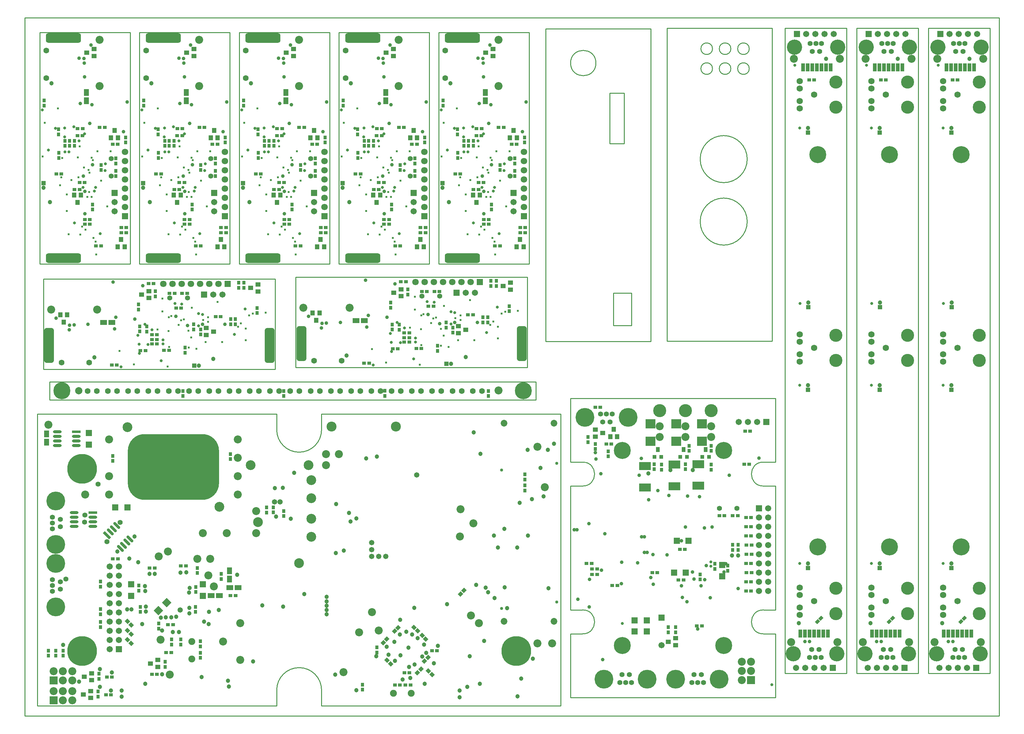
<source format=gbs>
%FSLAX25Y25*%
%MOIN*%
G70*
G01*
G75*
G04 Layer_Color=16711935*
G04:AMPARAMS|DCode=10|XSize=118.11mil|YSize=196.85mil|CornerRadius=29.53mil|HoleSize=0mil|Usage=FLASHONLY|Rotation=90.000|XOffset=0mil|YOffset=0mil|HoleType=Round|Shape=RoundedRectangle|*
%AMROUNDEDRECTD10*
21,1,0.11811,0.13780,0,0,90.0*
21,1,0.05906,0.19685,0,0,90.0*
1,1,0.05906,0.06890,0.02953*
1,1,0.05906,0.06890,-0.02953*
1,1,0.05906,-0.06890,-0.02953*
1,1,0.05906,-0.06890,0.02953*
%
%ADD10ROUNDEDRECTD10*%
%ADD11R,0.03000X0.03543*%
%ADD12R,0.03543X0.03000*%
%ADD13O,0.07087X0.01181*%
%ADD14O,0.01181X0.07087*%
%ADD15O,0.03543X0.05906*%
%ADD16R,0.03543X0.05906*%
%ADD17R,0.04921X0.03937*%
%ADD18R,0.03937X0.04921*%
%ADD19R,0.12598X0.09449*%
%ADD20R,0.15000X0.19685*%
%ADD21R,0.06693X0.05000*%
%ADD22R,0.05000X0.06693*%
%ADD23O,0.03150X0.11811*%
%ADD24R,0.03150X0.11811*%
%ADD25R,0.07874X0.03543*%
%ADD26R,0.03543X0.01181*%
%ADD27O,0.03543X0.01181*%
%ADD28R,0.06299X0.06000*%
%ADD29O,0.08661X0.02362*%
%ADD30R,0.08661X0.02362*%
G04:AMPARAMS|DCode=31|XSize=94.49mil|YSize=13.78mil|CornerRadius=0mil|HoleSize=0mil|Usage=FLASHONLY|Rotation=225.000|XOffset=0mil|YOffset=0mil|HoleType=Round|Shape=Round|*
%AMOVALD31*
21,1,0.08071,0.01378,0.00000,0.00000,225.0*
1,1,0.01378,0.02854,0.02854*
1,1,0.01378,-0.02854,-0.02854*
%
%ADD31OVALD31*%

G04:AMPARAMS|DCode=32|XSize=94.49mil|YSize=13.78mil|CornerRadius=0mil|HoleSize=0mil|Usage=FLASHONLY|Rotation=225.000|XOffset=0mil|YOffset=0mil|HoleType=Round|Shape=Rectangle|*
%AMROTATEDRECTD32*
4,1,4,0.02854,0.03828,0.03828,0.02854,-0.02854,-0.03828,-0.03828,-0.02854,0.02854,0.03828,0.0*
%
%ADD32ROTATEDRECTD32*%

G04:AMPARAMS|DCode=33|XSize=9.84mil|YSize=59.06mil|CornerRadius=0mil|HoleSize=0mil|Usage=FLASHONLY|Rotation=225.000|XOffset=0mil|YOffset=0mil|HoleType=Round|Shape=Rectangle|*
%AMROTATEDRECTD33*
4,1,4,-0.01740,0.02436,0.02436,-0.01740,0.01740,-0.02436,-0.02436,0.01740,-0.01740,0.02436,0.0*
%
%ADD33ROTATEDRECTD33*%

G04:AMPARAMS|DCode=34|XSize=9.84mil|YSize=59.06mil|CornerRadius=0mil|HoleSize=0mil|Usage=FLASHONLY|Rotation=135.000|XOffset=0mil|YOffset=0mil|HoleType=Round|Shape=Rectangle|*
%AMROTATEDRECTD34*
4,1,4,0.02436,0.01740,-0.01740,-0.02436,-0.02436,-0.01740,0.01740,0.02436,0.02436,0.01740,0.0*
%
%ADD34ROTATEDRECTD34*%

G04:AMPARAMS|DCode=35|XSize=9.84mil|YSize=59.06mil|CornerRadius=0mil|HoleSize=0mil|Usage=FLASHONLY|Rotation=225.000|XOffset=0mil|YOffset=0mil|HoleType=Round|Shape=Round|*
%AMOVALD35*
21,1,0.04921,0.00984,0.00000,0.00000,315.0*
1,1,0.00984,-0.01740,0.01740*
1,1,0.00984,0.01740,-0.01740*
%
%ADD35OVALD35*%

G04:AMPARAMS|DCode=36|XSize=9.84mil|YSize=59.06mil|CornerRadius=0mil|HoleSize=0mil|Usage=FLASHONLY|Rotation=135.000|XOffset=0mil|YOffset=0mil|HoleType=Round|Shape=Round|*
%AMOVALD36*
21,1,0.04921,0.00984,0.00000,0.00000,225.0*
1,1,0.00984,0.01740,0.01740*
1,1,0.00984,-0.01740,-0.01740*
%
%ADD36OVALD36*%

%ADD37R,0.03937X0.05906*%
G04:AMPARAMS|DCode=38|XSize=15.75mil|YSize=35.43mil|CornerRadius=0mil|HoleSize=0mil|Usage=FLASHONLY|Rotation=45.000|XOffset=0mil|YOffset=0mil|HoleType=Round|Shape=Rectangle|*
%AMROTATEDRECTD38*
4,1,4,0.00696,-0.01810,-0.01810,0.00696,-0.00696,0.01810,0.01810,-0.00696,0.00696,-0.01810,0.0*
%
%ADD38ROTATEDRECTD38*%

%ADD39R,0.03543X0.01575*%
%ADD40R,0.11201X0.06500*%
%ADD41R,0.01654X0.05370*%
%ADD42O,0.01654X0.05370*%
%ADD43R,0.01575X0.03543*%
%ADD44O,0.07087X0.01181*%
%ADD45R,0.07087X0.01181*%
%ADD46O,0.05906X0.00984*%
%ADD47O,0.00984X0.05906*%
%ADD48R,0.00984X0.05906*%
G04:AMPARAMS|DCode=49|XSize=35.43mil|YSize=30mil|CornerRadius=0mil|HoleSize=0mil|Usage=FLASHONLY|Rotation=315.000|XOffset=0mil|YOffset=0mil|HoleType=Round|Shape=Rectangle|*
%AMROTATEDRECTD49*
4,1,4,-0.02313,0.00192,-0.00192,0.02313,0.02313,-0.00192,0.00192,-0.02313,-0.02313,0.00192,0.0*
%
%ADD49ROTATEDRECTD49*%

%ADD50R,0.06000X0.06299*%
G04:AMPARAMS|DCode=51|XSize=35.43mil|YSize=30mil|CornerRadius=0mil|HoleSize=0mil|Usage=FLASHONLY|Rotation=225.000|XOffset=0mil|YOffset=0mil|HoleType=Round|Shape=Rectangle|*
%AMROTATEDRECTD51*
4,1,4,0.00192,0.02313,0.02313,0.00192,-0.00192,-0.02313,-0.02313,-0.00192,0.00192,0.02313,0.0*
%
%ADD51ROTATEDRECTD51*%

G04:AMPARAMS|DCode=52|XSize=62.99mil|YSize=60mil|CornerRadius=0mil|HoleSize=0mil|Usage=FLASHONLY|Rotation=135.000|XOffset=0mil|YOffset=0mil|HoleType=Round|Shape=Rectangle|*
%AMROTATEDRECTD52*
4,1,4,0.04348,-0.00106,0.00106,-0.04348,-0.04348,0.00106,-0.00106,0.04348,0.04348,-0.00106,0.0*
%
%ADD52ROTATEDRECTD52*%

%ADD53O,0.02362X0.08661*%
%ADD54R,0.02362X0.08661*%
%ADD55R,0.26378X0.26378*%
%ADD56R,0.11811X0.06496*%
%ADD57R,0.11811X0.07087*%
G04:AMPARAMS|DCode=58|XSize=120.08mil|YSize=144.88mil|CornerRadius=30.02mil|HoleSize=0mil|Usage=FLASHONLY|Rotation=315.000|XOffset=0mil|YOffset=0mil|HoleType=Round|Shape=RoundedRectangle|*
%AMROUNDEDRECTD58*
21,1,0.12008,0.08484,0,0,315.0*
21,1,0.06004,0.14488,0,0,315.0*
1,1,0.06004,-0.00877,-0.05122*
1,1,0.06004,-0.05122,-0.00877*
1,1,0.06004,0.00877,0.05122*
1,1,0.06004,0.05122,0.00877*
%
%ADD58ROUNDEDRECTD58*%
G04:AMPARAMS|DCode=59|XSize=120.08mil|YSize=144.88mil|CornerRadius=30.02mil|HoleSize=0mil|Usage=FLASHONLY|Rotation=45.000|XOffset=0mil|YOffset=0mil|HoleType=Round|Shape=RoundedRectangle|*
%AMROUNDEDRECTD59*
21,1,0.12008,0.08484,0,0,45.0*
21,1,0.06004,0.14488,0,0,45.0*
1,1,0.06004,0.05122,-0.00877*
1,1,0.06004,0.00877,-0.05122*
1,1,0.06004,-0.05122,0.00877*
1,1,0.06004,-0.00877,0.05122*
%
%ADD59ROUNDEDRECTD59*%
%ADD60R,0.13780X0.08071*%
%ADD61R,0.15748X0.08071*%
%ADD62R,0.08858X0.01969*%
G04:AMPARAMS|DCode=63|XSize=51.18mil|YSize=55.12mil|CornerRadius=0mil|HoleSize=0mil|Usage=FLASHONLY|Rotation=135.000|XOffset=0mil|YOffset=0mil|HoleType=Round|Shape=Rectangle|*
%AMROTATEDRECTD63*
4,1,4,0.03758,0.00139,-0.00139,-0.03758,-0.03758,-0.00139,0.00139,0.03758,0.03758,0.00139,0.0*
%
%ADD63ROTATEDRECTD63*%

%ADD64R,0.05118X0.05512*%
%ADD65R,0.09449X0.09843*%
%ADD66R,0.05512X0.05118*%
%ADD67R,0.07874X0.07087*%
%ADD68R,0.11000X0.15000*%
%ADD69R,0.06299X0.06299*%
%ADD70R,0.07874X0.11811*%
%ADD71R,0.06299X0.09449*%
%ADD72R,0.11811X0.07874*%
%ADD73R,0.00906X0.05906*%
%ADD74P,0.08908X4X270.0*%
G04:AMPARAMS|DCode=75|XSize=62.99mil|YSize=15.75mil|CornerRadius=0mil|HoleSize=0mil|Usage=FLASHONLY|Rotation=135.000|XOffset=0mil|YOffset=0mil|HoleType=Round|Shape=Rectangle|*
%AMROTATEDRECTD75*
4,1,4,0.02784,-0.01670,0.01670,-0.02784,-0.02784,0.01670,-0.01670,0.02784,0.02784,-0.01670,0.0*
%
%ADD75ROTATEDRECTD75*%

G04:AMPARAMS|DCode=76|XSize=62.99mil|YSize=15.75mil|CornerRadius=0mil|HoleSize=0mil|Usage=FLASHONLY|Rotation=135.000|XOffset=0mil|YOffset=0mil|HoleType=Round|Shape=Round|*
%AMOVALD76*
21,1,0.04724,0.01575,0.00000,0.00000,135.0*
1,1,0.01575,0.01670,-0.01670*
1,1,0.01575,-0.01670,0.01670*
%
%ADD76OVALD76*%

G04:AMPARAMS|DCode=77|XSize=15.75mil|YSize=35.43mil|CornerRadius=0mil|HoleSize=0mil|Usage=FLASHONLY|Rotation=135.000|XOffset=0mil|YOffset=0mil|HoleType=Round|Shape=Rectangle|*
%AMROTATEDRECTD77*
4,1,4,0.01810,0.00696,-0.00696,-0.01810,-0.01810,-0.00696,0.00696,0.01810,0.01810,0.00696,0.0*
%
%ADD77ROTATEDRECTD77*%

%ADD78P,0.08908X4X180.0*%
G04:AMPARAMS|DCode=79|XSize=66.93mil|YSize=50mil|CornerRadius=0mil|HoleSize=0mil|Usage=FLASHONLY|Rotation=135.000|XOffset=0mil|YOffset=0mil|HoleType=Round|Shape=Rectangle|*
%AMROTATEDRECTD79*
4,1,4,0.04134,-0.00599,0.00599,-0.04134,-0.04134,0.00599,-0.00599,0.04134,0.04134,-0.00599,0.0*
%
%ADD79ROTATEDRECTD79*%

%ADD80R,0.05906X0.00984*%
%ADD81R,0.09449X0.12598*%
%ADD82R,0.19685X0.15000*%
%ADD83O,0.05906X0.03543*%
%ADD84R,0.05906X0.03543*%
%ADD85O,0.11811X0.03150*%
%ADD86R,0.11811X0.03150*%
%ADD87R,0.03543X0.07874*%
%ADD88R,0.01181X0.03543*%
%ADD89O,0.01181X0.03543*%
%ADD90C,0.03937*%
%ADD91C,0.01575*%
%ADD92C,0.03150*%
%ADD93C,0.01000*%
%ADD94C,0.01181*%
%ADD95C,0.01969*%
%ADD96C,0.05906*%
%ADD97C,0.00787*%
%ADD98C,0.07874*%
%ADD99C,0.02756*%
%ADD100R,0.25197X0.27953*%
%ADD101R,0.19685X0.32283*%
%ADD102R,0.24016X0.21260*%
%ADD103R,0.08858X0.27953*%
%ADD104C,0.17716*%
%ADD105C,0.05906*%
%ADD106R,0.05906X0.05906*%
%ADD107C,0.04724*%
%ADD108C,0.15748*%
%ADD109R,0.03937X0.03937*%
%ADD110C,0.03937*%
%ADD111C,0.06000*%
%ADD112C,0.13386*%
%ADD113C,0.07874*%
%ADD114C,0.05512*%
%ADD115C,0.06299*%
G04:AMPARAMS|DCode=116|XSize=374.02mil|YSize=98.43mil|CornerRadius=24.61mil|HoleSize=0mil|Usage=FLASHONLY|Rotation=180.000|XOffset=0mil|YOffset=0mil|HoleType=Round|Shape=RoundedRectangle|*
%AMROUNDEDRECTD116*
21,1,0.37402,0.04921,0,0,180.0*
21,1,0.32480,0.09843,0,0,180.0*
1,1,0.04921,-0.16240,0.02461*
1,1,0.04921,0.16240,0.02461*
1,1,0.04921,0.16240,-0.02461*
1,1,0.04921,-0.16240,-0.02461*
%
%ADD116ROUNDEDRECTD116*%
%ADD117R,0.05906X0.05906*%
%ADD118C,0.06693*%
%ADD119C,0.09843*%
%ADD120C,0.10000*%
%ADD121C,0.19685*%
%ADD122C,0.31496*%
%ADD123R,0.07874X0.07874*%
%ADD124C,0.06496*%
%ADD125C,0.02559*%
%ADD126R,0.07874X0.07874*%
%ADD127R,0.03937X0.03937*%
%ADD128R,0.06299X0.06299*%
G04:AMPARAMS|DCode=129|XSize=374.02mil|YSize=98.43mil|CornerRadius=24.61mil|HoleSize=0mil|Usage=FLASHONLY|Rotation=270.000|XOffset=0mil|YOffset=0mil|HoleType=Round|Shape=RoundedRectangle|*
%AMROUNDEDRECTD129*
21,1,0.37402,0.04921,0,0,270.0*
21,1,0.32480,0.09843,0,0,270.0*
1,1,0.04921,-0.02461,-0.16240*
1,1,0.04921,-0.02461,0.16240*
1,1,0.04921,0.02461,0.16240*
1,1,0.04921,0.02461,-0.16240*
%
%ADD129ROUNDEDRECTD129*%
%ADD130C,0.05500*%
%ADD131C,0.03150*%
%ADD132C,0.02362*%
%ADD133C,0.01575*%
%ADD134C,0.05000*%
%ADD135C,0.07087*%
G04:AMPARAMS|DCode=136|XSize=27.56mil|YSize=35.43mil|CornerRadius=0mil|HoleSize=0mil|Usage=FLASHONLY|Rotation=315.000|XOffset=0mil|YOffset=0mil|HoleType=Round|Shape=Rectangle|*
%AMROTATEDRECTD136*
4,1,4,-0.02227,-0.00278,0.00278,0.02227,0.02227,0.00278,-0.00278,-0.02227,-0.02227,-0.00278,0.0*
%
%ADD136ROTATEDRECTD136*%

%ADD137R,0.03543X0.02756*%
G04:AMPARAMS|DCode=138|XSize=984.25mil|YSize=708.66mil|CornerRadius=177.16mil|HoleSize=0mil|Usage=FLASHONLY|Rotation=0.000|XOffset=0mil|YOffset=0mil|HoleType=Round|Shape=RoundedRectangle|*
%AMROUNDEDRECTD138*
21,1,0.98425,0.35433,0,0,0.0*
21,1,0.62992,0.70866,0,0,0.0*
1,1,0.35433,0.31496,-0.17716*
1,1,0.35433,-0.31496,-0.17716*
1,1,0.35433,-0.31496,0.17716*
1,1,0.35433,0.31496,0.17716*
%
%ADD138ROUNDEDRECTD138*%
G04:AMPARAMS|DCode=139|XSize=86.61mil|YSize=23.62mil|CornerRadius=0mil|HoleSize=0mil|Usage=FLASHONLY|Rotation=315.000|XOffset=0mil|YOffset=0mil|HoleType=Round|Shape=Rectangle|*
%AMROTATEDRECTD139*
4,1,4,-0.03897,0.02227,-0.02227,0.03897,0.03897,-0.02227,0.02227,-0.03897,-0.03897,0.02227,0.0*
%
%ADD139ROTATEDRECTD139*%

G04:AMPARAMS|DCode=140|XSize=86.61mil|YSize=23.62mil|CornerRadius=0mil|HoleSize=0mil|Usage=FLASHONLY|Rotation=315.000|XOffset=0mil|YOffset=0mil|HoleType=Round|Shape=Round|*
%AMOVALD140*
21,1,0.06299,0.02362,0.00000,0.00000,315.0*
1,1,0.02362,-0.02227,0.02227*
1,1,0.02362,0.02227,-0.02227*
%
%ADD140OVALD140*%

%ADD141R,0.09843X0.09449*%
%ADD142R,0.03600X0.03600*%
%ADD143R,0.03600X0.05000*%
%ADD144C,0.09843*%
%ADD145C,0.03740*%
%ADD146R,0.24803X0.21260*%
%ADD147R,0.09449X0.14961*%
%ADD148R,0.18110X0.14862*%
%ADD149C,0.05886*%
%ADD150C,0.00984*%
%ADD151C,0.02362*%
%ADD152C,0.03186*%
%ADD153C,0.02000*%
%ADD154C,0.00394*%
%ADD155C,0.05886*%
%ADD156C,0.03186*%
%ADD157R,0.04724X0.25197*%
%ADD158C,0.00068*%
%ADD159C,0.01200*%
%ADD160C,0.00800*%
%ADD161C,0.00500*%
%ADD162C,0.00050*%
%ADD163C,0.00100*%
%ADD164C,0.00574*%
%ADD165C,0.00570*%
%ADD166C,0.00661*%
%ADD167C,0.00632*%
%ADD168R,0.05512X0.27559*%
%ADD169R,0.27559X0.78543*%
%ADD170R,0.12047X0.03937*%
%ADD171R,0.10847X0.30370*%
%ADD172R,0.10039X0.28937*%
G04:AMPARAMS|DCode=173|XSize=126.11mil|YSize=204.85mil|CornerRadius=33.53mil|HoleSize=0mil|Usage=FLASHONLY|Rotation=90.000|XOffset=0mil|YOffset=0mil|HoleType=Round|Shape=RoundedRectangle|*
%AMROUNDEDRECTD173*
21,1,0.12611,0.13780,0,0,90.0*
21,1,0.05906,0.20485,0,0,90.0*
1,1,0.06706,0.06890,0.02953*
1,1,0.06706,0.06890,-0.02953*
1,1,0.06706,-0.06890,-0.02953*
1,1,0.06706,-0.06890,0.02953*
%
%ADD173ROUNDEDRECTD173*%
%ADD174R,0.03800X0.04343*%
%ADD175R,0.04343X0.03800*%
%ADD176O,0.07887X0.01981*%
%ADD177O,0.01981X0.07887*%
%ADD178O,0.04343X0.06706*%
%ADD179R,0.04343X0.06706*%
%ADD180R,0.05721X0.04737*%
%ADD181R,0.04737X0.05721*%
%ADD182R,0.13398X0.10249*%
%ADD183R,0.15800X0.20485*%
%ADD184R,0.07493X0.05800*%
%ADD185R,0.05800X0.07493*%
%ADD186O,0.03950X0.12611*%
%ADD187R,0.03950X0.12611*%
%ADD188R,0.08674X0.04343*%
%ADD189R,0.04343X0.01981*%
%ADD190O,0.04343X0.01981*%
%ADD191R,0.07099X0.06800*%
%ADD192O,0.09461X0.03162*%
%ADD193R,0.09461X0.03162*%
G04:AMPARAMS|DCode=194|XSize=102.49mil|YSize=21.78mil|CornerRadius=0mil|HoleSize=0mil|Usage=FLASHONLY|Rotation=225.000|XOffset=0mil|YOffset=0mil|HoleType=Round|Shape=Round|*
%AMOVALD194*
21,1,0.08071,0.02178,0.00000,0.00000,225.0*
1,1,0.02178,0.02854,0.02854*
1,1,0.02178,-0.02854,-0.02854*
%
%ADD194OVALD194*%

G04:AMPARAMS|DCode=195|XSize=102.49mil|YSize=21.78mil|CornerRadius=0mil|HoleSize=0mil|Usage=FLASHONLY|Rotation=225.000|XOffset=0mil|YOffset=0mil|HoleType=Round|Shape=Rectangle|*
%AMROTATEDRECTD195*
4,1,4,0.02854,0.04394,0.04394,0.02854,-0.02854,-0.04394,-0.04394,-0.02854,0.02854,0.04394,0.0*
%
%ADD195ROTATEDRECTD195*%

G04:AMPARAMS|DCode=196|XSize=17.84mil|YSize=67.06mil|CornerRadius=0mil|HoleSize=0mil|Usage=FLASHONLY|Rotation=225.000|XOffset=0mil|YOffset=0mil|HoleType=Round|Shape=Rectangle|*
%AMROTATEDRECTD196*
4,1,4,-0.01740,0.03002,0.03002,-0.01740,0.01740,-0.03002,-0.03002,0.01740,-0.01740,0.03002,0.0*
%
%ADD196ROTATEDRECTD196*%

G04:AMPARAMS|DCode=197|XSize=17.84mil|YSize=67.06mil|CornerRadius=0mil|HoleSize=0mil|Usage=FLASHONLY|Rotation=135.000|XOffset=0mil|YOffset=0mil|HoleType=Round|Shape=Rectangle|*
%AMROTATEDRECTD197*
4,1,4,0.03002,0.01740,-0.01740,-0.03002,-0.03002,-0.01740,0.01740,0.03002,0.03002,0.01740,0.0*
%
%ADD197ROTATEDRECTD197*%

G04:AMPARAMS|DCode=198|XSize=17.84mil|YSize=67.06mil|CornerRadius=0mil|HoleSize=0mil|Usage=FLASHONLY|Rotation=225.000|XOffset=0mil|YOffset=0mil|HoleType=Round|Shape=Round|*
%AMOVALD198*
21,1,0.04921,0.01784,0.00000,0.00000,315.0*
1,1,0.01784,-0.01740,0.01740*
1,1,0.01784,0.01740,-0.01740*
%
%ADD198OVALD198*%

G04:AMPARAMS|DCode=199|XSize=17.84mil|YSize=67.06mil|CornerRadius=0mil|HoleSize=0mil|Usage=FLASHONLY|Rotation=135.000|XOffset=0mil|YOffset=0mil|HoleType=Round|Shape=Round|*
%AMOVALD199*
21,1,0.04921,0.01784,0.00000,0.00000,225.0*
1,1,0.01784,0.01740,0.01740*
1,1,0.01784,-0.01740,-0.01740*
%
%ADD199OVALD199*%

%ADD200R,0.04737X0.06706*%
G04:AMPARAMS|DCode=201|XSize=23.75mil|YSize=43.43mil|CornerRadius=0mil|HoleSize=0mil|Usage=FLASHONLY|Rotation=45.000|XOffset=0mil|YOffset=0mil|HoleType=Round|Shape=Rectangle|*
%AMROTATEDRECTD201*
4,1,4,0.00696,-0.02375,-0.02375,0.00696,-0.00696,0.02375,0.02375,-0.00696,0.00696,-0.02375,0.0*
%
%ADD201ROTATEDRECTD201*%

%ADD202R,0.04343X0.02375*%
%ADD203R,0.12001X0.07300*%
%ADD204R,0.02454X0.06170*%
%ADD205O,0.02454X0.06170*%
%ADD206R,0.02375X0.04343*%
%ADD207O,0.07887X0.01981*%
%ADD208R,0.07887X0.01981*%
%ADD209O,0.06706X0.01784*%
%ADD210O,0.01784X0.06706*%
%ADD211R,0.01784X0.06706*%
G04:AMPARAMS|DCode=212|XSize=43.43mil|YSize=38mil|CornerRadius=0mil|HoleSize=0mil|Usage=FLASHONLY|Rotation=315.000|XOffset=0mil|YOffset=0mil|HoleType=Round|Shape=Rectangle|*
%AMROTATEDRECTD212*
4,1,4,-0.02879,0.00192,-0.00192,0.02879,0.02879,-0.00192,0.00192,-0.02879,-0.02879,0.00192,0.0*
%
%ADD212ROTATEDRECTD212*%

%ADD213R,0.06800X0.07099*%
G04:AMPARAMS|DCode=214|XSize=43.43mil|YSize=38mil|CornerRadius=0mil|HoleSize=0mil|Usage=FLASHONLY|Rotation=225.000|XOffset=0mil|YOffset=0mil|HoleType=Round|Shape=Rectangle|*
%AMROTATEDRECTD214*
4,1,4,0.00192,0.02879,0.02879,0.00192,-0.00192,-0.02879,-0.02879,-0.00192,0.00192,0.02879,0.0*
%
%ADD214ROTATEDRECTD214*%

G04:AMPARAMS|DCode=215|XSize=70.99mil|YSize=68mil|CornerRadius=0mil|HoleSize=0mil|Usage=FLASHONLY|Rotation=135.000|XOffset=0mil|YOffset=0mil|HoleType=Round|Shape=Rectangle|*
%AMROTATEDRECTD215*
4,1,4,0.04914,-0.00106,0.00106,-0.04914,-0.04914,0.00106,-0.00106,0.04914,0.04914,-0.00106,0.0*
%
%ADD215ROTATEDRECTD215*%

%ADD216O,0.03162X0.09461*%
%ADD217R,0.03162X0.09461*%
%ADD218R,0.27178X0.27178*%
%ADD219R,0.12611X0.07296*%
%ADD220R,0.12611X0.07887*%
G04:AMPARAMS|DCode=221|XSize=128.08mil|YSize=152.88mil|CornerRadius=34.02mil|HoleSize=0mil|Usage=FLASHONLY|Rotation=315.000|XOffset=0mil|YOffset=0mil|HoleType=Round|Shape=RoundedRectangle|*
%AMROUNDEDRECTD221*
21,1,0.12808,0.08484,0,0,315.0*
21,1,0.06004,0.15288,0,0,315.0*
1,1,0.06804,-0.00877,-0.05122*
1,1,0.06804,-0.05122,-0.00877*
1,1,0.06804,0.00877,0.05122*
1,1,0.06804,0.05122,0.00877*
%
%ADD221ROUNDEDRECTD221*%
G04:AMPARAMS|DCode=222|XSize=128.08mil|YSize=152.88mil|CornerRadius=34.02mil|HoleSize=0mil|Usage=FLASHONLY|Rotation=45.000|XOffset=0mil|YOffset=0mil|HoleType=Round|Shape=RoundedRectangle|*
%AMROUNDEDRECTD222*
21,1,0.12808,0.08484,0,0,45.0*
21,1,0.06004,0.15288,0,0,45.0*
1,1,0.06804,0.05122,-0.00877*
1,1,0.06804,0.00877,-0.05122*
1,1,0.06804,-0.05122,0.00877*
1,1,0.06804,-0.00877,0.05122*
%
%ADD222ROUNDEDRECTD222*%
G04:AMPARAMS|DCode=223|XSize=59.18mil|YSize=63.12mil|CornerRadius=0mil|HoleSize=0mil|Usage=FLASHONLY|Rotation=135.000|XOffset=0mil|YOffset=0mil|HoleType=Round|Shape=Rectangle|*
%AMROTATEDRECTD223*
4,1,4,0.04324,0.00139,-0.00139,-0.04324,-0.04324,-0.00139,0.00139,0.04324,0.04324,0.00139,0.0*
%
%ADD223ROTATEDRECTD223*%

%ADD224R,0.05918X0.06312*%
%ADD225R,0.10249X0.10642*%
%ADD226R,0.06312X0.05918*%
%ADD227R,0.08674X0.07887*%
%ADD228R,0.11800X0.15800*%
%ADD229R,0.07099X0.07099*%
%ADD230R,0.08674X0.12611*%
%ADD231R,0.07099X0.10249*%
%ADD232R,0.12611X0.08674*%
%ADD233R,0.01706X0.06706*%
%ADD234P,0.10040X4X270.0*%
G04:AMPARAMS|DCode=235|XSize=70.99mil|YSize=23.75mil|CornerRadius=0mil|HoleSize=0mil|Usage=FLASHONLY|Rotation=135.000|XOffset=0mil|YOffset=0mil|HoleType=Round|Shape=Rectangle|*
%AMROTATEDRECTD235*
4,1,4,0.03350,-0.01670,0.01670,-0.03350,-0.03350,0.01670,-0.01670,0.03350,0.03350,-0.01670,0.0*
%
%ADD235ROTATEDRECTD235*%

G04:AMPARAMS|DCode=236|XSize=70.99mil|YSize=23.75mil|CornerRadius=0mil|HoleSize=0mil|Usage=FLASHONLY|Rotation=135.000|XOffset=0mil|YOffset=0mil|HoleType=Round|Shape=Round|*
%AMOVALD236*
21,1,0.04724,0.02375,0.00000,0.00000,135.0*
1,1,0.02375,0.01670,-0.01670*
1,1,0.02375,-0.01670,0.01670*
%
%ADD236OVALD236*%

G04:AMPARAMS|DCode=237|XSize=23.75mil|YSize=43.43mil|CornerRadius=0mil|HoleSize=0mil|Usage=FLASHONLY|Rotation=135.000|XOffset=0mil|YOffset=0mil|HoleType=Round|Shape=Rectangle|*
%AMROTATEDRECTD237*
4,1,4,0.02375,0.00696,-0.00696,-0.02375,-0.02375,-0.00696,0.00696,0.02375,0.02375,0.00696,0.0*
%
%ADD237ROTATEDRECTD237*%

%ADD238P,0.10040X4X180.0*%
G04:AMPARAMS|DCode=239|XSize=74.93mil|YSize=58mil|CornerRadius=0mil|HoleSize=0mil|Usage=FLASHONLY|Rotation=135.000|XOffset=0mil|YOffset=0mil|HoleType=Round|Shape=Rectangle|*
%AMROTATEDRECTD239*
4,1,4,0.04700,-0.00599,0.00599,-0.04700,-0.04700,0.00599,-0.00599,0.04700,0.04700,-0.00599,0.0*
%
%ADD239ROTATEDRECTD239*%

%ADD240R,0.06706X0.01784*%
%ADD241R,0.10249X0.13398*%
%ADD242R,0.20485X0.15800*%
%ADD243O,0.06706X0.04343*%
%ADD244R,0.06706X0.04343*%
%ADD245O,0.12611X0.03950*%
%ADD246R,0.12611X0.03950*%
%ADD247R,0.04343X0.08674*%
%ADD248R,0.01981X0.04343*%
%ADD249O,0.01981X0.04343*%
%ADD250C,0.18517*%
%ADD251C,0.06706*%
%ADD252R,0.06706X0.06706*%
%ADD253C,0.05524*%
%ADD254C,0.16548*%
%ADD255R,0.04737X0.04737*%
%ADD256C,0.04737*%
%ADD257C,0.06800*%
%ADD258C,0.14186*%
%ADD259C,0.08674*%
%ADD260C,0.06312*%
%ADD261C,0.07099*%
G04:AMPARAMS|DCode=262|XSize=382.02mil|YSize=106.42mil|CornerRadius=28.61mil|HoleSize=0mil|Usage=FLASHONLY|Rotation=180.000|XOffset=0mil|YOffset=0mil|HoleType=Round|Shape=RoundedRectangle|*
%AMROUNDEDRECTD262*
21,1,0.38202,0.04921,0,0,180.0*
21,1,0.32480,0.10642,0,0,180.0*
1,1,0.05721,-0.16240,0.02461*
1,1,0.05721,0.16240,0.02461*
1,1,0.05721,0.16240,-0.02461*
1,1,0.05721,-0.16240,-0.02461*
%
%ADD262ROUNDEDRECTD262*%
%ADD263R,0.06706X0.06706*%
%ADD264C,0.07493*%
%ADD265C,0.10642*%
%ADD266C,0.10800*%
%ADD267C,0.20485*%
%ADD268C,0.32296*%
%ADD269R,0.08674X0.08674*%
%ADD270C,0.07296*%
%ADD271C,0.03359*%
%ADD272R,0.08674X0.08674*%
%ADD273R,0.04737X0.04737*%
%ADD274R,0.07099X0.07099*%
G04:AMPARAMS|DCode=275|XSize=382.02mil|YSize=106.42mil|CornerRadius=28.61mil|HoleSize=0mil|Usage=FLASHONLY|Rotation=270.000|XOffset=0mil|YOffset=0mil|HoleType=Round|Shape=RoundedRectangle|*
%AMROUNDEDRECTD275*
21,1,0.38202,0.04921,0,0,270.0*
21,1,0.32480,0.10642,0,0,270.0*
1,1,0.05721,-0.02461,-0.16240*
1,1,0.05721,-0.02461,0.16240*
1,1,0.05721,0.02461,0.16240*
1,1,0.05721,0.02461,-0.16240*
%
%ADD275ROUNDEDRECTD275*%
%ADD276C,0.06300*%
%ADD277C,0.03950*%
%ADD278C,0.03162*%
%ADD279C,0.02375*%
%ADD280C,0.05800*%
%ADD281C,0.07887*%
G04:AMPARAMS|DCode=282|XSize=35.56mil|YSize=43.43mil|CornerRadius=0mil|HoleSize=0mil|Usage=FLASHONLY|Rotation=315.000|XOffset=0mil|YOffset=0mil|HoleType=Round|Shape=Rectangle|*
%AMROTATEDRECTD282*
4,1,4,-0.02793,-0.00278,0.00278,0.02793,0.02793,0.00278,-0.00278,-0.02793,-0.02793,-0.00278,0.0*
%
%ADD282ROTATEDRECTD282*%

%ADD283R,0.04343X0.03556*%
G04:AMPARAMS|DCode=284|XSize=992.25mil|YSize=716.66mil|CornerRadius=181.16mil|HoleSize=0mil|Usage=FLASHONLY|Rotation=0.000|XOffset=0mil|YOffset=0mil|HoleType=Round|Shape=RoundedRectangle|*
%AMROUNDEDRECTD284*
21,1,0.99225,0.35433,0,0,0.0*
21,1,0.62992,0.71666,0,0,0.0*
1,1,0.36233,0.31496,-0.17716*
1,1,0.36233,-0.31496,-0.17716*
1,1,0.36233,-0.31496,0.17716*
1,1,0.36233,0.31496,0.17716*
%
%ADD284ROUNDEDRECTD284*%
G04:AMPARAMS|DCode=285|XSize=94.61mil|YSize=31.62mil|CornerRadius=0mil|HoleSize=0mil|Usage=FLASHONLY|Rotation=315.000|XOffset=0mil|YOffset=0mil|HoleType=Round|Shape=Rectangle|*
%AMROTATEDRECTD285*
4,1,4,-0.04463,0.02227,-0.02227,0.04463,0.04463,-0.02227,0.02227,-0.04463,-0.04463,0.02227,0.0*
%
%ADD285ROTATEDRECTD285*%

G04:AMPARAMS|DCode=286|XSize=94.61mil|YSize=31.62mil|CornerRadius=0mil|HoleSize=0mil|Usage=FLASHONLY|Rotation=315.000|XOffset=0mil|YOffset=0mil|HoleType=Round|Shape=Round|*
%AMOVALD286*
21,1,0.06299,0.03162,0.00000,0.00000,315.0*
1,1,0.03162,-0.02227,0.02227*
1,1,0.03162,0.02227,-0.02227*
%
%ADD286OVALD286*%

%ADD287R,0.10642X0.10249*%
%ADD288R,0.04400X0.04400*%
%ADD289R,0.04400X0.05800*%
D93*
X748071Y726453D02*
G03*
X748071Y726453I-6299J0D01*
G01*
X768071D02*
G03*
X768071Y726453I-6299J0D01*
G01*
X788071D02*
G03*
X788071Y726453I-6299J0D01*
G01*
X785866Y606272D02*
G03*
X785866Y606272I-25591J0D01*
G01*
Y538272D02*
G03*
X785866Y538272I-25591J0D01*
G01*
X788071Y704799D02*
G03*
X788071Y704799I-6299J0D01*
G01*
X768071D02*
G03*
X768071Y704799I-6299J0D01*
G01*
X748071D02*
G03*
X748071Y704799I-6299J0D01*
G01*
X621264Y710831D02*
G03*
X621264Y710831I-13780J0D01*
G01*
X274031Y311614D02*
G03*
X322772Y311614I24370J0D01*
G01*
Y28346D02*
G03*
X274031Y28346I-24370J0D01*
G01*
X606744Y89468D02*
G03*
X606744Y115571I0J13051D01*
G01*
Y250374D02*
G03*
X606744Y276476I0J13051D01*
G01*
X803516Y115571D02*
G03*
X803516Y89468I0J-13051D01*
G01*
Y276476D02*
G03*
X803516Y250374I0J-13051D01*
G01*
X766553Y76673D02*
G03*
X766553Y76673I-6305J0D01*
G01*
X656317D02*
G03*
X656317Y76673I-6305J0D01*
G01*
Y289272D02*
G03*
X656317Y289272I-6305J0D01*
G01*
X766553D02*
G03*
X766553Y289272I-6305J0D01*
G01*
X0Y0D02*
X1060000D01*
X0Y760000D02*
X1060000D01*
X0Y0D02*
Y760000D01*
X1060000Y0D02*
Y760000D01*
X983071Y748862D02*
X1050000D01*
X983071Y46500D02*
X1050000D01*
X983071D02*
Y748862D01*
X1050000Y46500D02*
Y748862D01*
X905071D02*
X972000D01*
X905071Y46500D02*
X972000D01*
X905071D02*
Y748862D01*
X972000Y46500D02*
Y748862D01*
X827071D02*
X894000D01*
X827071Y46500D02*
X894000D01*
X827071D02*
Y748862D01*
X894000Y46500D02*
Y748862D01*
X548606Y492260D02*
Y744228D01*
X450181Y492260D02*
X548606D01*
X450181D02*
Y744228D01*
X548606D01*
X440106Y492260D02*
Y744228D01*
X341681Y492260D02*
X440106D01*
X341681D02*
Y744228D01*
X440106D01*
X698661Y408284D02*
X812835D01*
Y748835D01*
X698661D02*
X812835D01*
X698661Y408284D02*
Y748835D01*
X566736Y407740D02*
Y748291D01*
X680909D01*
Y407740D02*
Y748291D01*
X566736Y407740D02*
X680909D01*
X636224Y623035D02*
X651972D01*
Y678154D01*
X636224D02*
X651972D01*
X636224Y623035D02*
Y678154D01*
X640161Y424980D02*
Y460413D01*
X659846D01*
Y424980D02*
Y460413D01*
X640161Y424980D02*
X659846D01*
X13756Y11181D02*
Y328780D01*
X274031D01*
Y311614D02*
Y328780D01*
X322772Y311614D02*
Y328780D01*
X583047D01*
Y11181D02*
Y328780D01*
X322772Y11181D02*
X583047D01*
X322772D02*
Y28346D01*
X274031Y11181D02*
Y28346D01*
X13756Y11181D02*
X274031D01*
X16181Y744228D02*
X114606D01*
X16181Y492260D02*
Y744228D01*
Y492260D02*
X114606D01*
Y744228D01*
X124681D02*
X223106D01*
X124681Y492260D02*
Y744228D01*
Y492260D02*
X223106D01*
Y744228D01*
X233181D02*
X331606D01*
X233181Y492260D02*
Y744228D01*
Y492260D02*
X331606D01*
Y744228D01*
X593693Y20256D02*
X816567D01*
X593693Y89468D02*
X606724D01*
X593713Y115571D02*
X606744D01*
X593713Y250374D02*
X606744D01*
X593713Y276476D02*
X606744D01*
X803516D02*
X816547D01*
X803516Y250374D02*
X816547D01*
X803516Y89468D02*
X816547D01*
X803516Y115571D02*
X816547D01*
X593693Y20256D02*
Y89468D01*
X593713Y115571D02*
Y250374D01*
Y276476D02*
Y345669D01*
X816567Y276496D02*
Y345689D01*
X816547Y115571D02*
Y250374D01*
Y20276D02*
Y89468D01*
X593693Y345689D02*
X816567D01*
X294772Y477925D02*
X546740D01*
Y379500D02*
Y477925D01*
X294772Y379500D02*
X546740D01*
X294772D02*
Y477925D01*
X20272Y475925D02*
X272240D01*
Y377500D02*
Y475925D01*
X20272Y377500D02*
X272240D01*
X20272D02*
Y475925D01*
X26976Y363866D02*
X556110D01*
X26976Y344969D02*
Y363866D01*
X556110Y343984D02*
Y363866D01*
Y343984D02*
Y363866D01*
X26976Y343984D02*
X556110D01*
X26976D02*
Y362685D01*
Y343984D02*
X556110D01*
D174*
X454906Y669976D02*
D03*
Y664476D02*
D03*
X470575Y633295D02*
D03*
Y638795D02*
D03*
X507583Y556894D02*
D03*
Y551394D02*
D03*
X482622Y626197D02*
D03*
Y620697D02*
D03*
X477661Y626264D02*
D03*
Y620764D02*
D03*
X470811Y607614D02*
D03*
Y613114D02*
D03*
X516874Y594376D02*
D03*
Y599876D02*
D03*
X532858Y593362D02*
D03*
Y587862D02*
D03*
Y601630D02*
D03*
Y607130D02*
D03*
X543559Y629941D02*
D03*
Y624441D02*
D03*
X487898Y626197D02*
D03*
Y620697D02*
D03*
X346406Y669976D02*
D03*
Y664476D02*
D03*
X362075Y633295D02*
D03*
Y638795D02*
D03*
X399083Y556894D02*
D03*
Y551394D02*
D03*
X374122Y626197D02*
D03*
Y620697D02*
D03*
X369161Y626264D02*
D03*
Y620764D02*
D03*
X362311Y607614D02*
D03*
Y613114D02*
D03*
X408374Y594376D02*
D03*
Y599876D02*
D03*
X424358Y593362D02*
D03*
Y587862D02*
D03*
Y601630D02*
D03*
Y607130D02*
D03*
X435059Y629941D02*
D03*
Y624441D02*
D03*
X379398Y626197D02*
D03*
Y620697D02*
D03*
X544062Y257589D02*
D03*
X544062Y263089D02*
D03*
X544062Y245589D02*
D03*
X544062Y251089D02*
D03*
X187756Y155681D02*
D03*
Y161181D02*
D03*
X281756Y217681D02*
D03*
Y223181D02*
D03*
X263032Y227059D02*
D03*
Y221559D02*
D03*
X270323Y227295D02*
D03*
Y221795D02*
D03*
X82323Y140850D02*
D03*
Y146350D02*
D03*
Y116350D02*
D03*
Y110850D02*
D03*
Y102350D02*
D03*
Y96850D02*
D03*
X223756Y279681D02*
D03*
Y285181D02*
D03*
X95756Y283181D02*
D03*
Y277681D02*
D03*
X145756Y100681D02*
D03*
Y95181D02*
D03*
X186039Y140618D02*
D03*
Y135118D02*
D03*
X190976Y68854D02*
D03*
Y63354D02*
D03*
X185724Y118854D02*
D03*
Y113354D02*
D03*
X190976Y75854D02*
D03*
Y81354D02*
D03*
X169724Y77854D02*
D03*
Y83354D02*
D03*
X159724Y77854D02*
D03*
Y83354D02*
D03*
X123883Y142051D02*
D03*
Y136551D02*
D03*
X125724Y118854D02*
D03*
Y113354D02*
D03*
X367425Y28724D02*
D03*
Y34224D02*
D03*
X213756Y154681D02*
D03*
Y149181D02*
D03*
X382953Y74681D02*
D03*
Y69181D02*
D03*
X25756Y65681D02*
D03*
Y71181D02*
D03*
X80795Y46067D02*
D03*
Y40567D02*
D03*
X33756Y65681D02*
D03*
X33756Y71181D02*
D03*
X41756Y65681D02*
D03*
Y71181D02*
D03*
X79756Y26681D02*
D03*
Y21181D02*
D03*
X152779Y53602D02*
D03*
Y59102D02*
D03*
X53898Y626197D02*
D03*
Y620697D02*
D03*
X109559Y629941D02*
D03*
Y624441D02*
D03*
X98858Y601630D02*
D03*
Y607130D02*
D03*
Y593362D02*
D03*
Y587862D02*
D03*
X82874Y594376D02*
D03*
Y599876D02*
D03*
X36811Y607614D02*
D03*
Y613114D02*
D03*
X43661Y626264D02*
D03*
Y620764D02*
D03*
X48622Y626197D02*
D03*
Y620697D02*
D03*
X73583Y556894D02*
D03*
Y551394D02*
D03*
X36575Y633295D02*
D03*
Y638795D02*
D03*
X20906Y669976D02*
D03*
Y664476D02*
D03*
X162398Y626197D02*
D03*
Y620697D02*
D03*
X218059Y629941D02*
D03*
Y624441D02*
D03*
X207358Y601630D02*
D03*
Y607130D02*
D03*
Y593362D02*
D03*
Y587862D02*
D03*
X191374Y594376D02*
D03*
Y599876D02*
D03*
X145311Y607614D02*
D03*
Y613114D02*
D03*
X152161Y626264D02*
D03*
Y620764D02*
D03*
X157122Y626197D02*
D03*
Y620697D02*
D03*
X182083Y556894D02*
D03*
Y551394D02*
D03*
X145075Y633295D02*
D03*
Y638795D02*
D03*
X129405Y669976D02*
D03*
Y664476D02*
D03*
X270898Y626197D02*
D03*
Y620697D02*
D03*
X326559Y629941D02*
D03*
Y624441D02*
D03*
X315858Y601630D02*
D03*
Y607130D02*
D03*
Y593362D02*
D03*
Y587862D02*
D03*
X299874Y594376D02*
D03*
Y599876D02*
D03*
X253811Y607614D02*
D03*
Y613114D02*
D03*
X260661Y626264D02*
D03*
Y620764D02*
D03*
X265622Y626197D02*
D03*
Y620697D02*
D03*
X290583Y556894D02*
D03*
Y551394D02*
D03*
X253575Y633295D02*
D03*
Y638795D02*
D03*
X237906Y669976D02*
D03*
Y664476D02*
D03*
X699873Y96777D02*
D03*
X699873Y91277D02*
D03*
X707873Y96777D02*
D03*
Y91277D02*
D03*
X684547Y268776D02*
D03*
Y274276D02*
D03*
X722547Y294276D02*
D03*
Y288776D02*
D03*
X746547Y294276D02*
D03*
Y288776D02*
D03*
X634547Y288276D02*
D03*
Y282776D02*
D03*
X620547Y296276D02*
D03*
Y290776D02*
D03*
X770083Y186457D02*
D03*
Y180957D02*
D03*
X776083Y186457D02*
D03*
Y180957D02*
D03*
X734547Y148776D02*
D03*
Y154276D02*
D03*
X746547Y268276D02*
D03*
Y273776D02*
D03*
X718547Y268776D02*
D03*
Y274276D02*
D03*
X692547Y268276D02*
D03*
Y273776D02*
D03*
X612547Y298276D02*
D03*
Y303776D02*
D03*
X764547Y163776D02*
D03*
Y158276D02*
D03*
X750547Y160276D02*
D03*
Y165776D02*
D03*
X465795Y422874D02*
D03*
Y417374D02*
D03*
X399575Y420681D02*
D03*
Y426181D02*
D03*
X398079Y444630D02*
D03*
Y450130D02*
D03*
X448945Y403043D02*
D03*
Y397543D02*
D03*
X507028Y473661D02*
D03*
Y468161D02*
D03*
X512961Y468173D02*
D03*
Y473673D02*
D03*
X416559Y464378D02*
D03*
Y458878D02*
D03*
X498441Y434055D02*
D03*
Y428555D02*
D03*
X407213Y426102D02*
D03*
Y420602D02*
D03*
X458157Y428398D02*
D03*
Y422898D02*
D03*
X527134Y446260D02*
D03*
Y440760D02*
D03*
X503512Y428476D02*
D03*
Y433976D02*
D03*
X191295Y420874D02*
D03*
Y415374D02*
D03*
X125075Y418681D02*
D03*
Y424181D02*
D03*
X123579Y442630D02*
D03*
Y448130D02*
D03*
X174445Y401043D02*
D03*
Y395543D02*
D03*
X232528Y471661D02*
D03*
Y466161D02*
D03*
X238461Y466173D02*
D03*
Y471673D02*
D03*
X142059Y462378D02*
D03*
Y456878D02*
D03*
X223941Y432055D02*
D03*
Y426555D02*
D03*
X132713Y424102D02*
D03*
Y418602D02*
D03*
X183658Y426398D02*
D03*
Y420898D02*
D03*
X252634Y444260D02*
D03*
Y438760D02*
D03*
X229012Y426476D02*
D03*
Y431976D02*
D03*
X504240Y353827D02*
D03*
Y348327D02*
D03*
X391642Y354024D02*
D03*
Y348524D02*
D03*
X281701Y353827D02*
D03*
Y348327D02*
D03*
X171858Y348425D02*
D03*
Y353925D02*
D03*
D175*
X493555Y573205D02*
D03*
X488055D02*
D03*
X491362Y639425D02*
D03*
X496862D02*
D03*
X515311Y640921D02*
D03*
X520811D02*
D03*
X473724Y590055D02*
D03*
X468224D02*
D03*
X544343Y531972D02*
D03*
X538842D02*
D03*
X538854Y526039D02*
D03*
X544354D02*
D03*
X535059Y622441D02*
D03*
X529559D02*
D03*
X504736Y540559D02*
D03*
X499236D02*
D03*
X496783Y631787D02*
D03*
X491284D02*
D03*
X499079Y580842D02*
D03*
X493579D02*
D03*
X516941Y511866D02*
D03*
X511441D02*
D03*
X499157Y535488D02*
D03*
X504658D02*
D03*
X385055Y573205D02*
D03*
X379555D02*
D03*
X382862Y639425D02*
D03*
X388362D02*
D03*
X406811Y640921D02*
D03*
X412311D02*
D03*
X365224Y590055D02*
D03*
X359724D02*
D03*
X435843Y531972D02*
D03*
X430342D02*
D03*
X430354Y526039D02*
D03*
X435854D02*
D03*
X426559Y622441D02*
D03*
X421059D02*
D03*
X396236Y540559D02*
D03*
X390736D02*
D03*
X388283Y631787D02*
D03*
X382784D02*
D03*
X390579Y580842D02*
D03*
X385079D02*
D03*
X408441Y511866D02*
D03*
X402941D02*
D03*
X390657Y535488D02*
D03*
X396158D02*
D03*
X101256Y171181D02*
D03*
X95756D02*
D03*
X169724Y163354D02*
D03*
X175224D02*
D03*
X161224Y99354D02*
D03*
X155724D02*
D03*
X141256Y161181D02*
D03*
X135756D02*
D03*
X448453Y71181D02*
D03*
X442953D02*
D03*
X408073Y33830D02*
D03*
X402573D02*
D03*
X414044D02*
D03*
X419544D02*
D03*
X418453Y47181D02*
D03*
X412953D02*
D03*
X229256Y131181D02*
D03*
X223756D02*
D03*
X89295Y42567D02*
D03*
X94795D02*
D03*
X88256Y23181D02*
D03*
X93756D02*
D03*
X159256Y69181D02*
D03*
X153756D02*
D03*
X138240Y45433D02*
D03*
X143740D02*
D03*
X65158Y535488D02*
D03*
X70657D02*
D03*
X82941Y511866D02*
D03*
X77441D02*
D03*
X65079Y580842D02*
D03*
X59579D02*
D03*
X62783Y631787D02*
D03*
X57284D02*
D03*
X70736Y540559D02*
D03*
X65236D02*
D03*
X101059Y622441D02*
D03*
X95559D02*
D03*
X104854Y526039D02*
D03*
X110354D02*
D03*
X110343Y531972D02*
D03*
X104842D02*
D03*
X39724Y590055D02*
D03*
X34224D02*
D03*
X81311Y640921D02*
D03*
X86811D02*
D03*
X57362Y639425D02*
D03*
X62862D02*
D03*
X59555Y573205D02*
D03*
X54055D02*
D03*
X173658Y535488D02*
D03*
X179157D02*
D03*
X191441Y511866D02*
D03*
X185941D02*
D03*
X173579Y580842D02*
D03*
X168079D02*
D03*
X171283Y631787D02*
D03*
X165784D02*
D03*
X179236Y540559D02*
D03*
X173736D02*
D03*
X209559Y622441D02*
D03*
X204059D02*
D03*
X213354Y526039D02*
D03*
X218854D02*
D03*
X218843Y531972D02*
D03*
X213342D02*
D03*
X148224Y590055D02*
D03*
X142724D02*
D03*
X189811Y640921D02*
D03*
X195311D02*
D03*
X165862Y639425D02*
D03*
X171362D02*
D03*
X168055Y573205D02*
D03*
X162555D02*
D03*
X282157Y535488D02*
D03*
X287657D02*
D03*
X299941Y511866D02*
D03*
X294441D02*
D03*
X282079Y580842D02*
D03*
X276579D02*
D03*
X279784Y631787D02*
D03*
X274284D02*
D03*
X287736Y540559D02*
D03*
X282236D02*
D03*
X318059Y622441D02*
D03*
X312559D02*
D03*
X321854Y526039D02*
D03*
X327354D02*
D03*
X327343Y531972D02*
D03*
X321843D02*
D03*
X256724Y590055D02*
D03*
X251224D02*
D03*
X298311Y640921D02*
D03*
X303811D02*
D03*
X274362Y639425D02*
D03*
X279862D02*
D03*
X276555Y573205D02*
D03*
X271055D02*
D03*
X620547Y336276D02*
D03*
X626047D02*
D03*
X783547Y310276D02*
D03*
X789047D02*
D03*
X718059Y181583D02*
D03*
X712559D02*
D03*
X761027Y218122D02*
D03*
X755527D02*
D03*
X770027D02*
D03*
X775527D02*
D03*
X716547Y148276D02*
D03*
X711047D02*
D03*
X790047Y136276D02*
D03*
X784547D02*
D03*
X790047Y146276D02*
D03*
X784547D02*
D03*
X790547Y176276D02*
D03*
X785047D02*
D03*
X790547Y186276D02*
D03*
X785047D02*
D03*
X784547Y216276D02*
D03*
X790047D02*
D03*
X784547Y206276D02*
D03*
X790047D02*
D03*
X784547Y196276D02*
D03*
X790047D02*
D03*
X784547Y166276D02*
D03*
X790047D02*
D03*
X785047Y156276D02*
D03*
X790547D02*
D03*
X644547Y142276D02*
D03*
X639047D02*
D03*
X632547Y296276D02*
D03*
X638047D02*
D03*
X788047Y274276D02*
D03*
X782547D02*
D03*
X688047Y156276D02*
D03*
X682547D02*
D03*
X736547Y98276D02*
D03*
X731047D02*
D03*
X617047Y154276D02*
D03*
X622547D02*
D03*
X617047Y160276D02*
D03*
X622547D02*
D03*
X611047Y166276D02*
D03*
X616547D02*
D03*
X369024Y384224D02*
D03*
X374524D02*
D03*
X405705Y399894D02*
D03*
X400205D02*
D03*
X482106Y436902D02*
D03*
X487606D02*
D03*
X412803Y411941D02*
D03*
X418303D02*
D03*
X412736Y406980D02*
D03*
X418236D02*
D03*
X431386Y400130D02*
D03*
X425886D02*
D03*
X444624Y446193D02*
D03*
X439124D02*
D03*
X445638Y462177D02*
D03*
X451138D02*
D03*
X437370D02*
D03*
X431870D02*
D03*
X409059Y472878D02*
D03*
X414559D02*
D03*
X412803Y417216D02*
D03*
X418303D02*
D03*
X94524Y382224D02*
D03*
X100024D02*
D03*
X131205Y397894D02*
D03*
X125705D02*
D03*
X207606Y434902D02*
D03*
X213106D02*
D03*
X138303Y409941D02*
D03*
X143803D02*
D03*
X138236Y404980D02*
D03*
X143736D02*
D03*
X156886Y398130D02*
D03*
X151386D02*
D03*
X170124Y444193D02*
D03*
X164624D02*
D03*
X171138Y460177D02*
D03*
X176638D02*
D03*
X162870D02*
D03*
X157370D02*
D03*
X134559Y470878D02*
D03*
X140059D02*
D03*
X138303Y415216D02*
D03*
X143803D02*
D03*
D180*
X501441Y722181D02*
D03*
X509441Y718481D02*
D03*
Y725981D02*
D03*
X392941Y722181D02*
D03*
X400941Y718481D02*
D03*
Y725981D02*
D03*
X136779Y57302D02*
D03*
X144780Y53602D02*
D03*
Y61102D02*
D03*
X72795Y46567D02*
D03*
Y39067D02*
D03*
X64795Y42767D02*
D03*
X71756Y27181D02*
D03*
Y19681D02*
D03*
X63756Y23381D02*
D03*
X67441Y722181D02*
D03*
X75441Y718481D02*
D03*
Y725981D02*
D03*
X175941Y722181D02*
D03*
X183941Y718481D02*
D03*
Y725981D02*
D03*
X284441Y722181D02*
D03*
X292441Y718481D02*
D03*
Y725981D02*
D03*
X699877Y80894D02*
D03*
X707877Y77194D02*
D03*
Y84694D02*
D03*
X620547Y304276D02*
D03*
Y311776D02*
D03*
X628547Y308076D02*
D03*
X479779Y420623D02*
D03*
X471779Y424323D02*
D03*
Y416823D02*
D03*
X409410Y464598D02*
D03*
Y457098D02*
D03*
X401409Y460798D02*
D03*
X528284Y471804D02*
D03*
Y464304D02*
D03*
X520284Y468004D02*
D03*
X205279Y418623D02*
D03*
X197280Y422323D02*
D03*
Y414823D02*
D03*
X134909Y462598D02*
D03*
Y455098D02*
D03*
X126909Y458798D02*
D03*
X253783Y469804D02*
D03*
Y462304D02*
D03*
X245783Y466004D02*
D03*
D181*
X491304Y559221D02*
D03*
X495004Y567220D02*
D03*
X487504D02*
D03*
X535280Y629591D02*
D03*
X527779D02*
D03*
X531480Y637591D02*
D03*
X542485Y510716D02*
D03*
X534985D02*
D03*
X538685Y518716D02*
D03*
X382804Y559221D02*
D03*
X386504Y567220D02*
D03*
X379004D02*
D03*
X426780Y629591D02*
D03*
X419279D02*
D03*
X422979Y637591D02*
D03*
X433985Y510716D02*
D03*
X426485D02*
D03*
X430185Y518716D02*
D03*
X108485Y510716D02*
D03*
X100985D02*
D03*
X104685Y518716D02*
D03*
X101279Y629591D02*
D03*
X93779D02*
D03*
X97479Y637591D02*
D03*
X57304Y559221D02*
D03*
X61004Y567220D02*
D03*
X53504D02*
D03*
X216985Y510716D02*
D03*
X209485D02*
D03*
X213185Y518716D02*
D03*
X209780Y629591D02*
D03*
X202279D02*
D03*
X205979Y637591D02*
D03*
X165804Y559221D02*
D03*
X169504Y567220D02*
D03*
X162004D02*
D03*
X325485Y510716D02*
D03*
X317985D02*
D03*
X321685Y518716D02*
D03*
X318280Y629591D02*
D03*
X310780D02*
D03*
X314479Y637591D02*
D03*
X274304Y559221D02*
D03*
X278004Y567220D02*
D03*
X270504D02*
D03*
X640547Y312276D02*
D03*
X636847Y304276D02*
D03*
X644347D02*
D03*
X316819Y430760D02*
D03*
X320519Y438760D02*
D03*
X313019D02*
D03*
X42319Y428760D02*
D03*
X46019Y436760D02*
D03*
X38519D02*
D03*
D184*
X231882Y139921D02*
D03*
X222882D02*
D03*
X211756Y131181D02*
D03*
X202756D02*
D03*
X369205Y430445D02*
D03*
X360205D02*
D03*
X94705Y428445D02*
D03*
X85705D02*
D03*
D185*
X501126Y669795D02*
D03*
Y678795D02*
D03*
X392626Y669795D02*
D03*
Y678795D02*
D03*
X23756Y307181D02*
D03*
Y298181D02*
D03*
X222528Y149110D02*
D03*
Y158110D02*
D03*
X67126Y669795D02*
D03*
Y678795D02*
D03*
X175626Y669795D02*
D03*
Y678795D02*
D03*
X284126Y669795D02*
D03*
Y678795D02*
D03*
D191*
X98256Y227181D02*
D03*
X111756D02*
D03*
X676669Y104244D02*
D03*
X663169D02*
D03*
Y92244D02*
D03*
X676669D02*
D03*
D192*
X55945Y304327D02*
D03*
Y299327D02*
D03*
Y294327D02*
D03*
X35472Y309327D02*
D03*
Y304327D02*
D03*
Y299327D02*
D03*
Y294327D02*
D03*
X73961Y216374D02*
D03*
Y211374D02*
D03*
Y206374D02*
D03*
X53488Y221374D02*
D03*
Y216374D02*
D03*
Y211374D02*
D03*
Y206374D02*
D03*
D193*
X55945Y309327D02*
D03*
X73961Y221374D02*
D03*
D212*
X115645Y79292D02*
D03*
X111756Y83181D02*
D03*
X115645Y89292D02*
D03*
X111756Y93181D02*
D03*
X115645Y99292D02*
D03*
X111756Y103181D02*
D03*
X442842Y45292D02*
D03*
X438953Y49181D02*
D03*
X394062Y60842D02*
D03*
X397952Y56953D02*
D03*
X427296Y92661D02*
D03*
X423407Y96551D02*
D03*
X432246Y87712D02*
D03*
X436135Y83823D02*
D03*
D214*
X477756Y136772D02*
D03*
X473867Y132883D02*
D03*
X430842Y51070D02*
D03*
X426953Y47181D02*
D03*
X389820Y79934D02*
D03*
X393709Y83823D02*
D03*
X406083Y96197D02*
D03*
X402194Y92308D02*
D03*
X438610Y63670D02*
D03*
X434721Y59781D02*
D03*
D229*
X193756Y130882D02*
D03*
Y143480D02*
D03*
X115756D02*
D03*
Y130882D02*
D03*
X69709Y308126D02*
D03*
Y295528D02*
D03*
X758547Y151976D02*
D03*
Y164575D02*
D03*
X543016Y543992D02*
D03*
X434516D02*
D03*
X109016D02*
D03*
X217516D02*
D03*
X326016D02*
D03*
D232*
X732547Y250654D02*
D03*
Y274276D02*
D03*
X706547Y250276D02*
D03*
Y273898D02*
D03*
X674547Y248654D02*
D03*
Y272276D02*
D03*
D234*
X154210Y123635D02*
D03*
X145302Y114727D02*
D03*
D247*
X1027579Y706146D02*
D03*
X1022579D02*
D03*
X1017579D02*
D03*
X1007579D02*
D03*
X1032579D02*
D03*
X1012579D02*
D03*
X1002579D02*
D03*
X1004732Y89791D02*
D03*
X1009732D02*
D03*
X1014732D02*
D03*
X1024732D02*
D03*
X999732D02*
D03*
X1019732D02*
D03*
X1029732D02*
D03*
X949579Y706146D02*
D03*
X944579D02*
D03*
X939579D02*
D03*
X929579D02*
D03*
X954579D02*
D03*
X934579D02*
D03*
X924579D02*
D03*
X926732Y89791D02*
D03*
X931732D02*
D03*
X936732D02*
D03*
X946732D02*
D03*
X921732D02*
D03*
X941732D02*
D03*
X951732D02*
D03*
X871579Y706146D02*
D03*
X866579D02*
D03*
X861579D02*
D03*
X851579D02*
D03*
X876579D02*
D03*
X856579D02*
D03*
X846579D02*
D03*
X848732Y89791D02*
D03*
X853732D02*
D03*
X858732D02*
D03*
X868732D02*
D03*
X843732D02*
D03*
X863732D02*
D03*
X873732D02*
D03*
D250*
X1018504Y611067D02*
D03*
Y184295D02*
D03*
X940504Y611067D02*
D03*
Y184295D02*
D03*
X862504Y611067D02*
D03*
Y184295D02*
D03*
X760248Y289272D02*
D03*
X650012D02*
D03*
X760248Y76673D02*
D03*
X650012D02*
D03*
X542331Y354024D02*
D03*
X40362Y354024D02*
D03*
D251*
X994811Y52500D02*
D03*
X1004811D02*
D03*
X1014811D02*
D03*
X1024811D02*
D03*
X1036000Y742500D02*
D03*
X1026000D02*
D03*
X1016000D02*
D03*
X1006000D02*
D03*
X916811Y52500D02*
D03*
X926811D02*
D03*
X936811D02*
D03*
X946811D02*
D03*
X958000Y742500D02*
D03*
X948000D02*
D03*
X938000D02*
D03*
X928000D02*
D03*
X838811Y52500D02*
D03*
X848811D02*
D03*
X858811D02*
D03*
X868811D02*
D03*
X880000Y742500D02*
D03*
X870000D02*
D03*
X860000D02*
D03*
X850000D02*
D03*
X531598Y549425D02*
D03*
Y559425D02*
D03*
X423098Y549425D02*
D03*
Y559425D02*
D03*
X92323Y72850D02*
D03*
X102323Y82850D02*
D03*
X92323D02*
D03*
X102323Y92850D02*
D03*
X92323D02*
D03*
X102323Y102850D02*
D03*
X92323D02*
D03*
X102323Y112850D02*
D03*
X92323D02*
D03*
X102323Y122850D02*
D03*
X92323D02*
D03*
X102323Y132850D02*
D03*
X92323D02*
D03*
X102323Y142850D02*
D03*
X92323D02*
D03*
X102323Y152850D02*
D03*
X92323D02*
D03*
X102323Y162850D02*
D03*
X92323D02*
D03*
X97598Y549425D02*
D03*
Y559425D02*
D03*
X206098Y549425D02*
D03*
Y559425D02*
D03*
X314598Y549425D02*
D03*
Y559425D02*
D03*
X692547Y77276D02*
D03*
X808547Y136276D02*
D03*
X798547D02*
D03*
X808547Y146276D02*
D03*
X798547D02*
D03*
X808547Y156276D02*
D03*
X798547D02*
D03*
X808547Y166276D02*
D03*
X798547D02*
D03*
X808547Y176276D02*
D03*
X798547D02*
D03*
X808547Y186276D02*
D03*
X798547D02*
D03*
X808547Y196276D02*
D03*
X798547D02*
D03*
X808547Y206276D02*
D03*
X798547D02*
D03*
X808547Y216276D02*
D03*
X798547D02*
D03*
X808547Y226276D02*
D03*
X796547Y320276D02*
D03*
X786547D02*
D03*
X776547D02*
D03*
X489575Y460917D02*
D03*
X479575D02*
D03*
X215075Y458917D02*
D03*
X205075D02*
D03*
D252*
X1034811Y52500D02*
D03*
X996000Y742500D02*
D03*
X956811Y52500D02*
D03*
X918000Y742500D02*
D03*
X878811Y52500D02*
D03*
X840000Y742500D02*
D03*
X806547Y320276D02*
D03*
X469575Y460917D02*
D03*
X195075Y458917D02*
D03*
D253*
X1022800Y732037D02*
D03*
X1012500Y723437D02*
D03*
X1016500Y732037D02*
D03*
X1010200D02*
D03*
X1020500Y723437D02*
D03*
X1009700Y63900D02*
D03*
X1020000Y72500D02*
D03*
X1016000Y63900D02*
D03*
X1022300D02*
D03*
X1012000Y72500D02*
D03*
X944800Y732037D02*
D03*
X934500Y723437D02*
D03*
X938500Y732037D02*
D03*
X932200D02*
D03*
X942500Y723437D02*
D03*
X931700Y63900D02*
D03*
X942000Y72500D02*
D03*
X938000Y63900D02*
D03*
X944300D02*
D03*
X934000Y72500D02*
D03*
X866800Y732037D02*
D03*
X856500Y723437D02*
D03*
X860500Y732037D02*
D03*
X854200D02*
D03*
X864500Y723437D02*
D03*
X853700Y63900D02*
D03*
X864000Y72500D02*
D03*
X860000Y63900D02*
D03*
X866300D02*
D03*
X856000Y72500D02*
D03*
X527819Y606906D02*
D03*
Y587693D02*
D03*
X419319Y606906D02*
D03*
Y587693D02*
D03*
X29943Y148568D02*
D03*
X38543Y138268D02*
D03*
X29943Y142268D02*
D03*
Y135968D02*
D03*
X38543Y146268D02*
D03*
X29943Y216568D02*
D03*
X38543Y206268D02*
D03*
X29943Y210268D02*
D03*
Y203968D02*
D03*
X38543Y214268D02*
D03*
X93819Y606906D02*
D03*
Y587693D02*
D03*
X202319Y606906D02*
D03*
Y587693D02*
D03*
X310819Y606906D02*
D03*
Y587693D02*
D03*
X774740Y226122D02*
D03*
X755527D02*
D03*
X636547Y320276D02*
D03*
X626247Y328876D02*
D03*
X632547D02*
D03*
X628547Y320276D02*
D03*
X638847Y328876D02*
D03*
X727965Y45079D02*
D03*
X738265Y36479D02*
D03*
X731965D02*
D03*
X735965Y45079D02*
D03*
X725665Y36479D02*
D03*
X649717Y45079D02*
D03*
X660016Y36479D02*
D03*
X653717D02*
D03*
X657717Y45079D02*
D03*
X647416Y36479D02*
D03*
X432094Y457138D02*
D03*
X451307D02*
D03*
X157595Y455138D02*
D03*
X176807D02*
D03*
X65331Y218661D02*
D03*
X103520Y210655D02*
D03*
X89346Y189921D02*
D03*
X64937Y211181D02*
D03*
X79504Y252520D02*
D03*
X44540Y149294D02*
D03*
D254*
X1040400Y728237D02*
D03*
X993200D02*
D03*
X992100Y67700D02*
D03*
X1039300D02*
D03*
X962400Y728237D02*
D03*
X915200D02*
D03*
X914100Y67700D02*
D03*
X961300D02*
D03*
X884400Y728237D02*
D03*
X837200D02*
D03*
X836100Y67700D02*
D03*
X883300D02*
D03*
D255*
X1007811Y635000D02*
D03*
X1008311Y445000D02*
D03*
X1007811Y355000D02*
D03*
Y161000D02*
D03*
X929811Y635000D02*
D03*
X930311Y445000D02*
D03*
X929811Y355000D02*
D03*
Y161000D02*
D03*
X851811Y635000D02*
D03*
X852311Y445000D02*
D03*
X851811Y355000D02*
D03*
Y161000D02*
D03*
X454276Y580291D02*
D03*
X345776D02*
D03*
X20276D02*
D03*
X128776D02*
D03*
X237276D02*
D03*
D256*
X1007811Y640000D02*
D03*
X1008311Y450000D02*
D03*
X1007811Y360000D02*
D03*
Y166000D02*
D03*
X929811Y640000D02*
D03*
X930311Y450000D02*
D03*
X929811Y360000D02*
D03*
Y166000D02*
D03*
X851811Y640000D02*
D03*
X852311Y450000D02*
D03*
X851811Y360000D02*
D03*
Y166000D02*
D03*
X454276Y575291D02*
D03*
X345776D02*
D03*
X161031Y91354D02*
D03*
X167724D02*
D03*
X20276Y575291D02*
D03*
X128776D02*
D03*
X237276D02*
D03*
X769390Y174957D02*
D03*
X776083D02*
D03*
X463709Y383594D02*
D03*
X189209Y381594D02*
D03*
X998000Y101000D02*
D03*
X1027500Y715500D02*
D03*
X920000Y101000D02*
D03*
X949500Y715500D02*
D03*
X842000Y101000D02*
D03*
X871500Y715500D02*
D03*
X463095Y688874D02*
D03*
X461469Y559386D02*
D03*
X354594Y688874D02*
D03*
X352969Y559386D02*
D03*
X521630Y203701D02*
D03*
X547221Y196614D02*
D03*
X510213Y196471D02*
D03*
X490921Y142677D02*
D03*
X514543Y183622D02*
D03*
X535803D02*
D03*
X569661Y139134D02*
D03*
X575567Y296614D02*
D03*
X521819Y140110D02*
D03*
X303913Y132835D02*
D03*
X248205Y59409D02*
D03*
X258244Y120630D02*
D03*
X231079Y153701D02*
D03*
X524780Y117480D02*
D03*
X511000Y128504D02*
D03*
X280685Y248583D02*
D03*
X149189Y45433D02*
D03*
X472811Y20630D02*
D03*
X494858Y35197D02*
D03*
X552731Y62362D02*
D03*
X539882Y40961D02*
D03*
X473118Y27803D02*
D03*
X481472Y31653D02*
D03*
X484134Y65118D02*
D03*
X536024Y21417D02*
D03*
X273204Y217086D02*
D03*
X272023Y248188D02*
D03*
X289347Y214724D02*
D03*
X360756Y215268D02*
D03*
X354306Y211968D02*
D03*
X352732Y221024D02*
D03*
X347000Y180299D02*
D03*
X338602Y230866D02*
D03*
X338165Y177323D02*
D03*
X488299Y308685D02*
D03*
X371236Y280472D02*
D03*
X495622Y285614D02*
D03*
X383047Y282441D02*
D03*
X292890Y264724D02*
D03*
X59031Y37559D02*
D03*
X41756Y77370D02*
D03*
X81756Y31937D02*
D03*
Y51228D02*
D03*
X119411Y195433D02*
D03*
X100775Y179291D02*
D03*
X434969Y35197D02*
D03*
X444858Y57579D02*
D03*
X436560Y68661D02*
D03*
X432145Y64724D02*
D03*
X419221Y41496D02*
D03*
X411000Y39921D02*
D03*
X395646Y66917D02*
D03*
X382282Y65140D02*
D03*
X402084Y80866D02*
D03*
X407850Y88740D02*
D03*
X393677Y75354D02*
D03*
X427451Y84803D02*
D03*
X434284Y77716D02*
D03*
X424103Y56063D02*
D03*
X418087Y53307D02*
D03*
X449189Y76535D02*
D03*
X421236Y88740D02*
D03*
X414937Y91890D02*
D03*
X402648Y60000D02*
D03*
X417299Y74567D02*
D03*
X408244Y104882D02*
D03*
X423598Y117874D02*
D03*
X408638Y65990D02*
D03*
X360689Y28193D02*
D03*
X337772Y45244D02*
D03*
X130780Y141402D02*
D03*
X131079Y135984D02*
D03*
X131567Y113842D02*
D03*
X153331Y107433D02*
D03*
X159236Y107433D02*
D03*
X148008Y107244D02*
D03*
X149394Y93275D02*
D03*
X179016Y111874D02*
D03*
X179016Y117780D02*
D03*
X179205Y139433D02*
D03*
X178717Y134409D02*
D03*
X175567Y156457D02*
D03*
X169268Y156063D02*
D03*
X135803Y154882D02*
D03*
X141315D02*
D03*
X113756Y171417D02*
D03*
X123205Y167480D02*
D03*
X127535Y100157D02*
D03*
X131473Y119055D02*
D03*
X116118Y116299D02*
D03*
X111394D02*
D03*
X94795Y47339D02*
D03*
X93756Y27795D02*
D03*
X105409D02*
D03*
X105331Y21181D02*
D03*
X220843Y38346D02*
D03*
X222024Y32047D02*
D03*
X130917Y35197D02*
D03*
X192280Y42461D02*
D03*
X164543Y108031D02*
D03*
X194858Y102913D02*
D03*
X199976Y100157D02*
D03*
X200370Y113543D02*
D03*
X211000Y115512D02*
D03*
X328323Y120236D02*
D03*
Y115512D02*
D03*
Y110787D02*
D03*
Y124961D02*
D03*
Y129685D02*
D03*
X546827Y289921D02*
D03*
X538165Y232047D02*
D03*
X551551Y235984D02*
D03*
X564150Y239134D02*
D03*
X503913Y134803D02*
D03*
X501158Y139921D02*
D03*
X561000Y270236D02*
D03*
X569063Y289717D02*
D03*
X281079Y119160D02*
D03*
X459425Y121811D02*
D03*
X499583Y81653D02*
D03*
X27469Y559386D02*
D03*
X29094Y688874D02*
D03*
X135969Y559386D02*
D03*
X137594Y688874D02*
D03*
X244469Y559386D02*
D03*
X246094Y688874D02*
D03*
X702398Y267886D02*
D03*
X678394Y264264D02*
D03*
X726563Y267657D02*
D03*
X350126Y392413D02*
D03*
X479614Y390788D02*
D03*
X75626Y390413D02*
D03*
X205114Y388788D02*
D03*
D257*
X1014567Y676421D02*
D03*
X998819Y661461D02*
D03*
Y669335D02*
D03*
Y683114D02*
D03*
Y690988D02*
D03*
X1014567Y400831D02*
D03*
X998819Y385870D02*
D03*
Y393744D02*
D03*
Y407524D02*
D03*
Y415398D02*
D03*
X1014567Y125240D02*
D03*
X998819Y110280D02*
D03*
Y118154D02*
D03*
Y131933D02*
D03*
Y139807D02*
D03*
X936567Y676421D02*
D03*
X920819Y661461D02*
D03*
Y669335D02*
D03*
Y683114D02*
D03*
Y690988D02*
D03*
X936567Y400831D02*
D03*
X920819Y385870D02*
D03*
Y393744D02*
D03*
Y407524D02*
D03*
Y415398D02*
D03*
X936567Y125240D02*
D03*
X920819Y110280D02*
D03*
Y118154D02*
D03*
Y131933D02*
D03*
Y139807D02*
D03*
X858567Y676421D02*
D03*
X842819Y661461D02*
D03*
Y669335D02*
D03*
Y683114D02*
D03*
Y690988D02*
D03*
X858567Y400831D02*
D03*
X842819Y385870D02*
D03*
Y393744D02*
D03*
Y407524D02*
D03*
Y415398D02*
D03*
X858567Y125240D02*
D03*
X842819Y110280D02*
D03*
Y118154D02*
D03*
Y131933D02*
D03*
Y139807D02*
D03*
D258*
X1038189Y662642D02*
D03*
Y690201D02*
D03*
Y387051D02*
D03*
Y414610D02*
D03*
Y111461D02*
D03*
Y139020D02*
D03*
X960189Y662642D02*
D03*
Y690201D02*
D03*
Y387051D02*
D03*
Y414610D02*
D03*
Y111461D02*
D03*
Y139020D02*
D03*
X882189Y662642D02*
D03*
Y690201D02*
D03*
Y387051D02*
D03*
Y414610D02*
D03*
Y111461D02*
D03*
Y139020D02*
D03*
X746689Y332591D02*
D03*
X718689D02*
D03*
X690689D02*
D03*
D259*
X1042657Y715437D02*
D03*
X992500D02*
D03*
X989653Y80500D02*
D03*
X1039811D02*
D03*
X964657Y715437D02*
D03*
X914500D02*
D03*
X911654Y80500D02*
D03*
X961811D02*
D03*
X886658Y715437D02*
D03*
X836500D02*
D03*
X833654Y80500D02*
D03*
X883811D02*
D03*
X515220Y736000D02*
D03*
Y685843D02*
D03*
X406720Y736000D02*
D03*
Y685843D02*
D03*
X231756Y241181D02*
D03*
Y261181D02*
D03*
Y281181D02*
D03*
Y301181D02*
D03*
X91756D02*
D03*
Y261181D02*
D03*
Y241181D02*
D03*
X557756Y79181D02*
D03*
X201756Y171181D02*
D03*
X205756Y141181D02*
D03*
X363756Y91181D02*
D03*
X251756Y223181D02*
D03*
X219756Y199181D02*
D03*
X474087Y225134D02*
D03*
X384953Y93181D02*
D03*
X493847Y101125D02*
D03*
X573756Y79181D02*
D03*
X485362Y109611D02*
D03*
X377756Y113181D02*
D03*
X346528Y47685D02*
D03*
X341756Y285181D02*
D03*
X193756Y199181D02*
D03*
X251756D02*
D03*
X187756Y171181D02*
D03*
X65756Y241181D02*
D03*
X327756Y273181D02*
D03*
X487849Y209970D02*
D03*
X25756Y317181D02*
D03*
X327756Y285181D02*
D03*
X473250Y195371D02*
D03*
X155756Y179181D02*
D03*
X145504Y173939D02*
D03*
X157756Y45181D02*
D03*
X147756Y83181D02*
D03*
X215756Y81181D02*
D03*
X234260Y101161D02*
D03*
Y61201D02*
D03*
X41472Y38740D02*
D03*
X51473D02*
D03*
X31472Y48740D02*
D03*
X41472D02*
D03*
X51473D02*
D03*
X41472Y17087D02*
D03*
X51473D02*
D03*
X31472Y27087D02*
D03*
X41472D02*
D03*
X51473D02*
D03*
X199756Y153181D02*
D03*
X565756Y249181D02*
D03*
X557756Y293181D02*
D03*
X81221Y736000D02*
D03*
Y685843D02*
D03*
X189720Y736000D02*
D03*
Y685843D02*
D03*
X298220Y736000D02*
D03*
Y685843D02*
D03*
X779894Y59075D02*
D03*
Y49075D02*
D03*
Y39075D02*
D03*
X789894Y59075D02*
D03*
Y49075D02*
D03*
X746650Y303732D02*
D03*
X746689Y315583D02*
D03*
X718650Y303732D02*
D03*
X718689Y315583D02*
D03*
X690650Y303732D02*
D03*
X690689Y315583D02*
D03*
X303000Y444539D02*
D03*
X353157D02*
D03*
X28500Y442539D02*
D03*
X78658D02*
D03*
X515165Y354614D02*
D03*
D260*
X457457Y724409D02*
D03*
Y694410D02*
D03*
X348957Y724409D02*
D03*
Y694410D02*
D03*
X23457Y724409D02*
D03*
Y694410D02*
D03*
X131957Y724409D02*
D03*
Y694410D02*
D03*
X240457Y724409D02*
D03*
Y694410D02*
D03*
X314591Y386776D02*
D03*
X344590D02*
D03*
X40091Y384776D02*
D03*
X70091D02*
D03*
D261*
X543016Y593992D02*
D03*
Y553992D02*
D03*
Y603992D02*
D03*
Y563992D02*
D03*
Y613992D02*
D03*
Y573992D02*
D03*
Y583992D02*
D03*
X434516Y593992D02*
D03*
Y553992D02*
D03*
Y603992D02*
D03*
Y563992D02*
D03*
Y613992D02*
D03*
Y573992D02*
D03*
Y583992D02*
D03*
X109016Y593992D02*
D03*
Y553992D02*
D03*
Y603992D02*
D03*
Y563992D02*
D03*
Y613992D02*
D03*
Y573992D02*
D03*
Y583992D02*
D03*
X217516Y593992D02*
D03*
Y553992D02*
D03*
Y603992D02*
D03*
Y563992D02*
D03*
Y613992D02*
D03*
Y573992D02*
D03*
Y583992D02*
D03*
X326016Y593992D02*
D03*
Y553992D02*
D03*
Y603992D02*
D03*
Y563992D02*
D03*
Y613992D02*
D03*
Y573992D02*
D03*
Y583992D02*
D03*
X445008Y472335D02*
D03*
X485008D02*
D03*
X435008D02*
D03*
X475008D02*
D03*
X425008D02*
D03*
X465008D02*
D03*
X455008D02*
D03*
X170508Y470335D02*
D03*
X210508D02*
D03*
X160508D02*
D03*
X200508D02*
D03*
X150508D02*
D03*
X190508D02*
D03*
X180508D02*
D03*
D262*
X476008Y498323D02*
D03*
X476087Y738087D02*
D03*
X367508Y498323D02*
D03*
X367587Y738087D02*
D03*
X42087D02*
D03*
X42008Y498323D02*
D03*
X150587Y738087D02*
D03*
X150508Y498323D02*
D03*
X259087Y738087D02*
D03*
X259008Y498323D02*
D03*
D263*
X531598Y569425D02*
D03*
X423098D02*
D03*
X102323Y72850D02*
D03*
X97598Y569425D02*
D03*
X206098D02*
D03*
X314598D02*
D03*
X692547Y107276D02*
D03*
X798547Y226276D02*
D03*
D264*
X400955Y24645D02*
D03*
X420167D02*
D03*
X181724Y81209D02*
D03*
Y61996D02*
D03*
D265*
X211756Y227874D02*
D03*
X111756Y314488D02*
D03*
X253756Y211181D02*
D03*
X298298Y166639D02*
D03*
X245756Y273181D02*
D03*
X308748D02*
D03*
X311756Y237181D02*
D03*
Y256866D02*
D03*
Y195181D02*
D03*
Y214866D02*
D03*
D266*
X333756Y315181D02*
D03*
X403756D02*
D03*
D267*
X33743Y166168D02*
D03*
Y118968D02*
D03*
Y234168D02*
D03*
Y186968D02*
D03*
X609247Y325076D02*
D03*
X656447D02*
D03*
X755265Y40279D02*
D03*
X708065D02*
D03*
X677016D02*
D03*
X629816D02*
D03*
D268*
X534602Y70807D02*
D03*
X62201Y269153D02*
D03*
Y70807D02*
D03*
D269*
X31472Y38740D02*
D03*
Y17087D02*
D03*
D270*
X575756Y103181D02*
D03*
X521425Y318929D02*
D03*
X575756D02*
D03*
X521425Y103181D02*
D03*
D271*
X518669Y267945D02*
D03*
X578512Y275031D02*
D03*
X578512Y124244D02*
D03*
X518669Y117157D02*
D03*
D272*
X789894Y39075D02*
D03*
D273*
X458709Y383594D02*
D03*
X184209Y381594D02*
D03*
D274*
X721937Y190910D02*
D03*
X709339D02*
D03*
X706248Y156276D02*
D03*
X718847D02*
D03*
X495008Y472335D02*
D03*
X220508Y470335D02*
D03*
D275*
X540677Y405327D02*
D03*
X300913Y405406D02*
D03*
X266177Y403327D02*
D03*
X26413Y403406D02*
D03*
D276*
X409024Y353827D02*
D03*
X399024D02*
D03*
X431071D02*
D03*
X421071D02*
D03*
X453118D02*
D03*
X443118D02*
D03*
X475165D02*
D03*
X465165D02*
D03*
X497213D02*
D03*
X487213D02*
D03*
X298787D02*
D03*
X288787D02*
D03*
X320835D02*
D03*
X310835D02*
D03*
X342882D02*
D03*
X332882D02*
D03*
X364929D02*
D03*
X354929D02*
D03*
X386976D02*
D03*
X376976D02*
D03*
X188551D02*
D03*
X178551D02*
D03*
X210598D02*
D03*
X200598D02*
D03*
X232646D02*
D03*
X222646D02*
D03*
X254693D02*
D03*
X244693D02*
D03*
X276740D02*
D03*
X266740D02*
D03*
X78315D02*
D03*
X68315D02*
D03*
X100362D02*
D03*
X90362D02*
D03*
X122409D02*
D03*
X112409D02*
D03*
X144457D02*
D03*
X134457D02*
D03*
X166504D02*
D03*
X156504D02*
D03*
D277*
X1004787Y81000D02*
D03*
X1009724D02*
D03*
X926787D02*
D03*
X931724D02*
D03*
X848787D02*
D03*
X853724D02*
D03*
X498213Y715724D02*
D03*
X498606Y710921D02*
D03*
X541205Y636276D02*
D03*
X506953Y665410D02*
D03*
X499079Y695724D02*
D03*
X499315Y571265D02*
D03*
X497740Y587693D02*
D03*
X494197Y666905D02*
D03*
X493094Y716276D02*
D03*
X505929Y730449D02*
D03*
X499315Y546827D02*
D03*
X507740Y600213D02*
D03*
X504748Y645016D02*
D03*
X545221Y668402D02*
D03*
X389713Y715724D02*
D03*
X390106Y710921D02*
D03*
X432705Y636276D02*
D03*
X398453Y665410D02*
D03*
X390579Y695724D02*
D03*
X390815Y571265D02*
D03*
X389240Y587693D02*
D03*
X385697Y666905D02*
D03*
X384594Y716276D02*
D03*
X397429Y730449D02*
D03*
X390815Y546827D02*
D03*
X399240Y600213D02*
D03*
X396248Y645016D02*
D03*
X436721Y668402D02*
D03*
X111221D02*
D03*
X70748Y645016D02*
D03*
X73740Y600213D02*
D03*
X65315Y546827D02*
D03*
X71929Y730449D02*
D03*
X59095Y716276D02*
D03*
X60197Y666905D02*
D03*
X63740Y587693D02*
D03*
X65315Y571265D02*
D03*
X65079Y695724D02*
D03*
X72953Y665410D02*
D03*
X107205Y636276D02*
D03*
X64606Y710921D02*
D03*
X64213Y715724D02*
D03*
X219721Y668402D02*
D03*
X179248Y645016D02*
D03*
X182240Y600213D02*
D03*
X173815Y546827D02*
D03*
X180429Y730449D02*
D03*
X167595Y716276D02*
D03*
X168697Y666905D02*
D03*
X172240Y587693D02*
D03*
X173815Y571265D02*
D03*
X173579Y695724D02*
D03*
X181453Y665410D02*
D03*
X215705Y636276D02*
D03*
X173106Y710921D02*
D03*
X172713Y715724D02*
D03*
X328221Y668402D02*
D03*
X287748Y645016D02*
D03*
X290740Y600213D02*
D03*
X282315Y546827D02*
D03*
X288929Y730449D02*
D03*
X276095Y716276D02*
D03*
X277197Y666905D02*
D03*
X280740Y587693D02*
D03*
X282315Y571265D02*
D03*
X282079Y695724D02*
D03*
X289953Y665410D02*
D03*
X324205Y636276D02*
D03*
X281606Y710921D02*
D03*
X281213Y715724D02*
D03*
X747520Y205862D02*
D03*
X739217Y204815D02*
D03*
X735496Y141902D02*
D03*
X714402D02*
D03*
X668213Y262303D02*
D03*
X798602Y280732D02*
D03*
X732063Y94772D02*
D03*
X745713Y128740D02*
D03*
X715301Y129043D02*
D03*
X718555Y205803D02*
D03*
X683193Y175772D02*
D03*
X683701Y143583D02*
D03*
X681083Y150972D02*
D03*
X670532Y280410D02*
D03*
X760724Y156854D02*
D03*
X762740Y165669D02*
D03*
X739720Y148382D02*
D03*
X775807Y138819D02*
D03*
X733968Y238906D02*
D03*
X721102Y239496D02*
D03*
X700595Y240090D02*
D03*
X627315Y158716D02*
D03*
X741394Y163965D02*
D03*
X727850Y149272D02*
D03*
X621252Y279870D02*
D03*
X726425Y156886D02*
D03*
X630842Y198421D02*
D03*
X649315Y167417D02*
D03*
X620547Y286925D02*
D03*
X714354Y190693D02*
D03*
X720358Y124354D02*
D03*
X613618Y209319D02*
D03*
X766453Y262138D02*
D03*
X626571Y263945D02*
D03*
X600701Y202953D02*
D03*
X666559Y166965D02*
D03*
X671039Y195020D02*
D03*
X601772Y127106D02*
D03*
X613917Y118665D02*
D03*
X648835Y144083D02*
D03*
X628740Y61500D02*
D03*
X678669Y235335D02*
D03*
X688772Y245610D02*
D03*
X698658Y175638D02*
D03*
X614248Y148756D02*
D03*
X676886Y177988D02*
D03*
X673819D02*
D03*
X597563Y202929D02*
D03*
X674024Y195059D02*
D03*
X323276Y427531D02*
D03*
X328079Y427925D02*
D03*
X402724Y470524D02*
D03*
X373590Y436272D02*
D03*
X343276Y428398D02*
D03*
X467735Y428634D02*
D03*
X451307Y427059D02*
D03*
X372094Y423516D02*
D03*
X322724Y422413D02*
D03*
X308551Y435248D02*
D03*
X492173Y428634D02*
D03*
X438787Y437059D02*
D03*
X393984Y434067D02*
D03*
X370598Y474539D02*
D03*
X48776Y425531D02*
D03*
X53579Y425925D02*
D03*
X128224Y468524D02*
D03*
X99090Y434272D02*
D03*
X68776Y426398D02*
D03*
X193235Y426634D02*
D03*
X176807Y425059D02*
D03*
X97594Y421516D02*
D03*
X48224Y420413D02*
D03*
X34051Y433248D02*
D03*
X217673Y426634D02*
D03*
X164287Y435059D02*
D03*
X119484Y432067D02*
D03*
X96098Y472539D02*
D03*
D278*
X998811Y640000D02*
D03*
X999311Y449000D02*
D03*
X998811Y360000D02*
D03*
X999000Y166000D02*
D03*
X993550Y708500D02*
D03*
X920811Y640000D02*
D03*
X921311Y449000D02*
D03*
X920811Y360000D02*
D03*
X921000Y166000D02*
D03*
X915550Y708500D02*
D03*
X842811Y640000D02*
D03*
X843311Y449000D02*
D03*
X842811Y360000D02*
D03*
X843000Y166000D02*
D03*
X837550Y708500D02*
D03*
X452937Y659898D02*
D03*
X481992Y614150D02*
D03*
X477740D02*
D03*
X477268Y630370D02*
D03*
X477347Y640291D02*
D03*
X497346Y575488D02*
D03*
X487189Y641394D02*
D03*
X493094Y626039D02*
D03*
X488055Y536669D02*
D03*
X515945Y525007D02*
D03*
X521284Y593755D02*
D03*
X509709Y571315D02*
D03*
X510890Y575410D02*
D03*
X521677Y601236D02*
D03*
X467347Y639897D02*
D03*
X459552Y616039D02*
D03*
X499000Y633913D02*
D03*
X344437Y659898D02*
D03*
X373492Y614150D02*
D03*
X369240D02*
D03*
X368768Y630370D02*
D03*
X368847Y640291D02*
D03*
X388846Y575488D02*
D03*
X378689Y641394D02*
D03*
X384594Y626039D02*
D03*
X379555Y536669D02*
D03*
X407445Y525007D02*
D03*
X412784Y593755D02*
D03*
X401209Y571315D02*
D03*
X402390Y575410D02*
D03*
X413177Y601236D02*
D03*
X358847Y639897D02*
D03*
X351052Y616039D02*
D03*
X390500Y633913D02*
D03*
X65000D02*
D03*
X25552Y616039D02*
D03*
X33347Y639897D02*
D03*
X87677Y601236D02*
D03*
X76890Y575410D02*
D03*
X75709Y571315D02*
D03*
X87284Y593755D02*
D03*
X81945Y525007D02*
D03*
X54055Y536669D02*
D03*
X59095Y626039D02*
D03*
X53189Y641394D02*
D03*
X63346Y575488D02*
D03*
X43346Y640291D02*
D03*
X43268Y630370D02*
D03*
X43740Y614150D02*
D03*
X47992D02*
D03*
X18937Y659898D02*
D03*
X173500Y633913D02*
D03*
X134052Y616039D02*
D03*
X141847Y639897D02*
D03*
X196177Y601236D02*
D03*
X185390Y575410D02*
D03*
X184209Y571315D02*
D03*
X195784Y593755D02*
D03*
X190445Y525007D02*
D03*
X162555Y536669D02*
D03*
X167595Y626039D02*
D03*
X161689Y641394D02*
D03*
X171846Y575488D02*
D03*
X151847Y640291D02*
D03*
X151768Y630370D02*
D03*
X152240Y614150D02*
D03*
X156492D02*
D03*
X127437Y659898D02*
D03*
X282000Y633913D02*
D03*
X242552Y616039D02*
D03*
X250347Y639897D02*
D03*
X304677Y601236D02*
D03*
X293890Y575410D02*
D03*
X292709Y571315D02*
D03*
X304284Y593755D02*
D03*
X298945Y525007D02*
D03*
X271055Y536669D02*
D03*
X276095Y626039D02*
D03*
X270189Y641394D02*
D03*
X280346Y575488D02*
D03*
X260347Y640291D02*
D03*
X260268Y630370D02*
D03*
X260740Y614150D02*
D03*
X264992D02*
D03*
X235937Y659898D02*
D03*
X649831Y100866D02*
D03*
X812618Y34075D02*
D03*
X746413Y163146D02*
D03*
X746415Y167896D02*
D03*
X379102Y382256D02*
D03*
X424850Y411311D02*
D03*
Y407059D02*
D03*
X408630Y406587D02*
D03*
X398709Y406665D02*
D03*
X463512Y426665D02*
D03*
X397606Y416508D02*
D03*
X412961Y422413D02*
D03*
X502331Y417374D02*
D03*
X513993Y445264D02*
D03*
X445245Y450603D02*
D03*
X467685Y439028D02*
D03*
X463590Y440209D02*
D03*
X437764Y450996D02*
D03*
X399103Y396666D02*
D03*
X422961Y388871D02*
D03*
X405087Y428319D02*
D03*
X104602Y380256D02*
D03*
X150350Y409311D02*
D03*
Y405059D02*
D03*
X134130Y404587D02*
D03*
X124209Y404665D02*
D03*
X189012Y424665D02*
D03*
X123106Y414508D02*
D03*
X138461Y420413D02*
D03*
X227831Y415374D02*
D03*
X239493Y443264D02*
D03*
X170745Y448603D02*
D03*
X193185Y437028D02*
D03*
X189091Y438209D02*
D03*
X163264Y448996D02*
D03*
X124603Y394666D02*
D03*
X148461Y386871D02*
D03*
X130587Y426319D02*
D03*
D279*
X492307Y586502D02*
D03*
X517031Y582969D02*
D03*
X527268Y614780D02*
D03*
X513095D02*
D03*
X501835Y565095D02*
D03*
X479709Y567772D02*
D03*
X503961Y570528D02*
D03*
X455535Y645961D02*
D03*
X470024Y661504D02*
D03*
X523567Y554779D02*
D03*
X511756Y502575D02*
D03*
X510906Y516378D02*
D03*
X498370Y597142D02*
D03*
X472425Y577972D02*
D03*
X473724Y586354D02*
D03*
X474512Y607614D02*
D03*
X500011Y529437D02*
D03*
X491756Y608155D02*
D03*
X506716Y565173D02*
D03*
X494433Y524228D02*
D03*
X484670Y583440D02*
D03*
X503409Y594622D02*
D03*
X504354Y591551D02*
D03*
X493646Y620134D02*
D03*
X508055Y605252D02*
D03*
X506717Y607771D02*
D03*
X479709Y549898D02*
D03*
X453252Y609268D02*
D03*
X508685Y520449D02*
D03*
X496323Y532654D02*
D03*
X481756Y524307D02*
D03*
X383807Y586502D02*
D03*
X408532Y582969D02*
D03*
X418768Y614780D02*
D03*
X404595D02*
D03*
X393335Y565095D02*
D03*
X371209Y567772D02*
D03*
X395461Y570528D02*
D03*
X347035Y645961D02*
D03*
X361524Y661504D02*
D03*
X415067Y554779D02*
D03*
X403256Y502575D02*
D03*
X402406Y516378D02*
D03*
X389870Y597142D02*
D03*
X363925Y577972D02*
D03*
X365224Y586354D02*
D03*
X366012Y607614D02*
D03*
X391511Y529437D02*
D03*
X383256Y608155D02*
D03*
X398217Y565173D02*
D03*
X385933Y524228D02*
D03*
X376170Y583440D02*
D03*
X394910Y594622D02*
D03*
X395854Y591551D02*
D03*
X385146Y620134D02*
D03*
X399555Y605252D02*
D03*
X398217Y607771D02*
D03*
X371209Y549898D02*
D03*
X344752Y609268D02*
D03*
X400185Y520449D02*
D03*
X387823Y532654D02*
D03*
X373256Y524307D02*
D03*
X47756D02*
D03*
X62323Y532654D02*
D03*
X74685Y520449D02*
D03*
X19252Y609268D02*
D03*
X45709Y549898D02*
D03*
X72717Y607771D02*
D03*
X74055Y605252D02*
D03*
X59646Y620134D02*
D03*
X70354Y591551D02*
D03*
X69410Y594622D02*
D03*
X50670Y583440D02*
D03*
X60433Y524228D02*
D03*
X72716Y565173D02*
D03*
X57756Y608155D02*
D03*
X66011Y529437D02*
D03*
X40512Y607614D02*
D03*
X39724Y586354D02*
D03*
X38425Y577972D02*
D03*
X64370Y597142D02*
D03*
X76906Y516378D02*
D03*
X77756Y502575D02*
D03*
X89567Y554779D02*
D03*
X36024Y661504D02*
D03*
X21535Y645961D02*
D03*
X69961Y570528D02*
D03*
X45709Y567772D02*
D03*
X67835Y565095D02*
D03*
X79094Y614780D02*
D03*
X93268D02*
D03*
X83031Y582969D02*
D03*
X58307Y586502D02*
D03*
X156256Y524307D02*
D03*
X170823Y532654D02*
D03*
X183185Y520449D02*
D03*
X127752Y609268D02*
D03*
X154209Y549898D02*
D03*
X181217Y607771D02*
D03*
X182555Y605252D02*
D03*
X168146Y620134D02*
D03*
X178854Y591551D02*
D03*
X177909Y594622D02*
D03*
X159170Y583440D02*
D03*
X168933Y524228D02*
D03*
X181217Y565173D02*
D03*
X166256Y608155D02*
D03*
X174511Y529437D02*
D03*
X149012Y607614D02*
D03*
X148224Y586354D02*
D03*
X146925Y577972D02*
D03*
X172870Y597142D02*
D03*
X185406Y516378D02*
D03*
X186256Y502575D02*
D03*
X198067Y554779D02*
D03*
X144524Y661504D02*
D03*
X130035Y645961D02*
D03*
X178461Y570528D02*
D03*
X154209Y567772D02*
D03*
X176335Y565095D02*
D03*
X187594Y614780D02*
D03*
X201768D02*
D03*
X191532Y582969D02*
D03*
X166807Y586502D02*
D03*
X264756Y524307D02*
D03*
X279323Y532654D02*
D03*
X291685Y520449D02*
D03*
X236252Y609268D02*
D03*
X262709Y549898D02*
D03*
X289717Y607771D02*
D03*
X291055Y605252D02*
D03*
X276646Y620134D02*
D03*
X287354Y591551D02*
D03*
X286409Y594622D02*
D03*
X267670Y583440D02*
D03*
X277433Y524228D02*
D03*
X289717Y565173D02*
D03*
X274756Y608155D02*
D03*
X283011Y529437D02*
D03*
X257512Y607614D02*
D03*
X256724Y586354D02*
D03*
X255425Y577972D02*
D03*
X281370Y597142D02*
D03*
X293905Y516378D02*
D03*
X294756Y502575D02*
D03*
X306567Y554779D02*
D03*
X253024Y661504D02*
D03*
X238535Y645961D02*
D03*
X286961Y570528D02*
D03*
X262709Y567772D02*
D03*
X284835Y565095D02*
D03*
X296094Y614780D02*
D03*
X310268D02*
D03*
X300031Y582969D02*
D03*
X275307Y586502D02*
D03*
X452498Y421626D02*
D03*
X456032Y446350D02*
D03*
X424221Y456587D02*
D03*
Y442413D02*
D03*
X473905Y431154D02*
D03*
X471228Y409028D02*
D03*
X468472Y433280D02*
D03*
X393039Y384854D02*
D03*
X377496Y399342D02*
D03*
X484221Y452886D02*
D03*
X536425Y441075D02*
D03*
X522622Y440224D02*
D03*
X441858Y427689D02*
D03*
X461028Y401744D02*
D03*
X452646Y403043D02*
D03*
X431386Y403831D02*
D03*
X509563Y429330D02*
D03*
X430845Y421075D02*
D03*
X473827Y436035D02*
D03*
X514772Y423752D02*
D03*
X455560Y413989D02*
D03*
X444378Y432728D02*
D03*
X447449Y433673D02*
D03*
X418866Y422965D02*
D03*
X433748Y437374D02*
D03*
X431229Y436036D02*
D03*
X489102Y409028D02*
D03*
X429732Y382571D02*
D03*
X518551Y438004D02*
D03*
X506347Y425642D02*
D03*
X514693Y411075D02*
D03*
X177998Y419626D02*
D03*
X181532Y444350D02*
D03*
X149721Y454587D02*
D03*
Y440413D02*
D03*
X199405Y429154D02*
D03*
X196728Y407028D02*
D03*
X193972Y431280D02*
D03*
X118539Y382854D02*
D03*
X102996Y397342D02*
D03*
X209720Y450886D02*
D03*
X261925Y439075D02*
D03*
X248122Y438224D02*
D03*
X167358Y425689D02*
D03*
X186528Y399744D02*
D03*
X178146Y401043D02*
D03*
X156886Y401831D02*
D03*
X235063Y427330D02*
D03*
X156345Y419075D02*
D03*
X199327Y434035D02*
D03*
X240272Y421752D02*
D03*
X181060Y411989D02*
D03*
X169878Y430728D02*
D03*
X172949Y431673D02*
D03*
X144366Y420965D02*
D03*
X159248Y435374D02*
D03*
X156729Y434036D02*
D03*
X214602Y407028D02*
D03*
X155232Y380571D02*
D03*
X244051Y436004D02*
D03*
X231846Y423642D02*
D03*
X240193Y409075D02*
D03*
D280*
X271693Y233024D02*
D03*
X277598D02*
D03*
X377142Y188740D02*
D03*
X426354Y262362D02*
D03*
X377142Y181260D02*
D03*
Y173779D02*
D03*
X385016D02*
D03*
X392496D02*
D03*
X168874Y115512D02*
D03*
D281*
X58571Y354221D02*
D03*
D282*
X1021809Y106309D02*
D03*
X1018190Y102690D02*
D03*
X943810Y106309D02*
D03*
X940191Y102690D02*
D03*
X865810Y106309D02*
D03*
X862191Y102690D02*
D03*
D283*
X1014559Y692500D02*
D03*
X1009441D02*
D03*
X936559D02*
D03*
X931441D02*
D03*
X858559D02*
D03*
X853441D02*
D03*
D284*
X161756Y271181D02*
D03*
D285*
X89370Y196840D02*
D03*
D286*
X114453Y192970D02*
D03*
X110918Y189434D02*
D03*
X107382Y185899D02*
D03*
X103847Y182363D02*
D03*
X99977Y207446D02*
D03*
X96442Y203911D02*
D03*
X92906Y200375D02*
D03*
D287*
X736689Y299201D02*
D03*
Y317980D02*
D03*
X708689Y299201D02*
D03*
Y317980D02*
D03*
X680689D02*
D03*
Y299201D02*
D03*
D288*
X744347Y282276D02*
D03*
X736847D02*
D03*
X720347D02*
D03*
X712847D02*
D03*
X692347D02*
D03*
X684847D02*
D03*
D289*
X740547Y290276D02*
D03*
X716547D02*
D03*
X688547D02*
D03*
M02*

</source>
